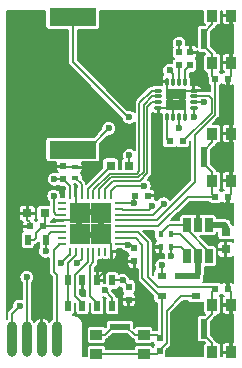
<source format=gbr>
G04 #@! TF.GenerationSoftware,KiCad,Pcbnew,5.1.4-e60b266~84~ubuntu16.04.1*
G04 #@! TF.CreationDate,2019-11-09T12:49:13+01:00*
G04 #@! TF.ProjectId,MiniVarioL0,4d696e69-5661-4726-996f-4c302e6b6963,v1.0.0*
G04 #@! TF.SameCoordinates,PX84157a0PY7270e00*
G04 #@! TF.FileFunction,Copper,L1,Top*
G04 #@! TF.FilePolarity,Positive*
%FSLAX46Y46*%
G04 Gerber Fmt 4.6, Leading zero omitted, Abs format (unit mm)*
G04 Created by KiCad (PCBNEW 5.1.4-e60b266~84~ubuntu16.04.1) date 2019-11-09 12:49:13*
%MOMM*%
%LPD*%
G04 APERTURE LIST*
%ADD10R,1.725000X1.725000*%
%ADD11R,0.250000X0.700000*%
%ADD12R,0.700000X0.250000*%
%ADD13R,0.875000X0.875000*%
%ADD14O,0.300000X0.800000*%
%ADD15O,0.800000X0.300000*%
%ADD16R,0.550000X1.700000*%
%ADD17R,0.900000X1.000000*%
%ADD18R,1.700000X0.550000*%
%ADD19R,1.000000X0.900000*%
%ADD20R,0.500000X0.600000*%
%ADD21R,0.600000X0.500000*%
%ADD22R,0.750000X0.800000*%
%ADD23R,0.800000X0.750000*%
%ADD24R,0.800000X0.600000*%
%ADD25R,0.800000X0.800000*%
%ADD26R,0.500000X0.900000*%
%ADD27O,0.800000X3.000000*%
%ADD28R,4.000000X1.500000*%
%ADD29R,0.650000X1.220000*%
%ADD30R,0.400000X0.600000*%
%ADD31R,0.600000X0.400000*%
%ADD32R,0.550000X0.950000*%
%ADD33C,0.600000*%
%ADD34C,0.500000*%
%ADD35C,0.151000*%
G04 APERTURE END LIST*
D10*
X6637500Y12512500D03*
X6637500Y10787500D03*
X8362500Y12512500D03*
X8362500Y10787500D03*
D11*
X5750000Y14050000D03*
X6250000Y14050000D03*
X6750000Y14050000D03*
X7250000Y14050000D03*
X7750000Y14050000D03*
X8250000Y14050000D03*
X8750000Y14050000D03*
X9250000Y14050000D03*
D12*
X9900000Y13400000D03*
X9900000Y12900000D03*
X9900000Y12400000D03*
X9900000Y11900000D03*
X9900000Y11400000D03*
X9900000Y10900000D03*
X9900000Y10400000D03*
X9900000Y9900000D03*
D11*
X9250000Y9250000D03*
X8750000Y9250000D03*
X8250000Y9250000D03*
X7750000Y9250000D03*
X7250000Y9250000D03*
X6750000Y9250000D03*
X6250000Y9250000D03*
X5750000Y9250000D03*
D12*
X5100000Y9900000D03*
X5100000Y10400000D03*
X5100000Y10900000D03*
X5100000Y11400000D03*
X5100000Y11900000D03*
X5100000Y12400000D03*
X5100000Y12900000D03*
X5100000Y13400000D03*
D13*
X14312500Y22587500D03*
X14312500Y21712500D03*
X15187500Y22587500D03*
X15187500Y21712500D03*
D14*
X14000000Y23650000D03*
X14500000Y23650000D03*
X15000000Y23650000D03*
X15500000Y23650000D03*
D15*
X16250000Y22900000D03*
X16250000Y22400000D03*
X16250000Y21900000D03*
X16250000Y21400000D03*
D14*
X15500000Y20650000D03*
X15000000Y20650000D03*
X14500000Y20650000D03*
X14000000Y20650000D03*
D15*
X13250000Y21400000D03*
X13250000Y21900000D03*
X13250000Y22400000D03*
X13250000Y22900000D03*
D16*
X17100000Y27250000D03*
D17*
X19400000Y29250000D03*
X17800000Y29250000D03*
X17800000Y25250000D03*
X19400000Y25250000D03*
D16*
X17100000Y17250000D03*
D17*
X19400000Y19250000D03*
X17800000Y19250000D03*
X17800000Y15250000D03*
X19400000Y15250000D03*
D16*
X17100000Y2750000D03*
D17*
X19400000Y4750000D03*
X17800000Y4750000D03*
X17800000Y750000D03*
X19400000Y750000D03*
D18*
X10000000Y2900000D03*
D19*
X12000000Y600000D03*
X12000000Y2200000D03*
X8000000Y2200000D03*
X8000000Y600000D03*
D20*
X13350000Y1950000D03*
X13350000Y850000D03*
D21*
X18050000Y6100000D03*
X19150000Y6100000D03*
X19150000Y13900000D03*
X18050000Y13900000D03*
X19150000Y23900000D03*
X18050000Y23900000D03*
D22*
X18950000Y10950000D03*
X18950000Y9450000D03*
D21*
X14200000Y18600000D03*
X15300000Y18600000D03*
D20*
X15000000Y26150000D03*
X15000000Y25050000D03*
X5200000Y15400000D03*
X5200000Y16500000D03*
D21*
X11250000Y14000000D03*
X12350000Y14000000D03*
D20*
X11200000Y8450000D03*
X11200000Y9550000D03*
X15950000Y25050000D03*
X15950000Y26150000D03*
D23*
X2150000Y12500000D03*
X3650000Y12500000D03*
D21*
X2350000Y11400000D03*
X3450000Y11400000D03*
D20*
X10750000Y5200000D03*
X10750000Y6300000D03*
D24*
X16400000Y7200000D03*
X16400000Y5500000D03*
X13550000Y7200000D03*
X13550000Y5500000D03*
D25*
X9200000Y16500000D03*
X10800000Y16500000D03*
D26*
X2200000Y10250000D03*
X3700000Y10250000D03*
D27*
X845000Y1850000D03*
X2115000Y1850000D03*
X3385000Y1850000D03*
X4655000Y1850000D03*
D28*
X6000000Y29100000D03*
X6000000Y17900000D03*
D29*
X15650000Y11510000D03*
X16600000Y11510000D03*
X17550000Y11510000D03*
X17550000Y8890000D03*
X16600000Y8890000D03*
X15650000Y8890000D03*
D30*
X13450000Y10750000D03*
X14350000Y10750000D03*
X14350000Y9650000D03*
X13450000Y9650000D03*
D31*
X6200000Y16400000D03*
X6200000Y15500000D03*
D32*
X5575000Y4675000D03*
X6825000Y4675000D03*
X8075000Y4675000D03*
X9325000Y4675000D03*
X6825000Y6825000D03*
X8075000Y6825000D03*
X9325000Y6825000D03*
X5575000Y6825000D03*
D33*
X15550000Y7200000D03*
X14900000Y7200000D03*
X6800000Y5850000D03*
X9250000Y8100000D03*
X11200000Y7550000D03*
X1300000Y12500000D03*
X1300000Y11400000D03*
X13250000Y14000000D03*
X7500000Y12650000D03*
X8350000Y11650000D03*
X6500000Y11650000D03*
X7500000Y10650000D03*
X14750000Y22650000D03*
X14750000Y21650000D03*
X14250000Y22150000D03*
X15250000Y22150000D03*
X13450000Y8850000D03*
X15150000Y700000D03*
X19150000Y23100000D03*
X19150000Y13200000D03*
X19150000Y6800000D03*
X3400000Y4100000D03*
X14200000Y24600000D03*
X18160000Y11510000D03*
X18800000Y11500000D03*
X1500000Y4650000D03*
X11200000Y13350000D03*
X10700000Y9800000D03*
X10225000Y6825000D03*
X4450000Y15400000D03*
X3700000Y9300000D03*
X13550000Y8100000D03*
X10800000Y17400000D03*
X15000000Y26900000D03*
X17150000Y21900000D03*
X2115000Y7085000D03*
X12050000Y14800000D03*
X12750000Y13100000D03*
X5000000Y8300000D03*
X16250000Y20650000D03*
X10750000Y20650000D03*
X15000000Y19700000D03*
X9050000Y19700000D03*
X14350000Y8900000D03*
X13700000Y13300000D03*
X8700000Y6000000D03*
X6400000Y8300000D03*
X4400000Y13950000D03*
D34*
X16600000Y7400000D02*
X16400000Y7200000D01*
X16600000Y8890000D02*
X16600000Y7400000D01*
X16400000Y7200000D02*
X15550000Y7200000D01*
X14900000Y7200000D02*
X15550000Y7200000D01*
D35*
X14350000Y10750000D02*
X15050000Y10750000D01*
X16600000Y9200000D02*
X16600000Y8890000D01*
X15050000Y10750000D02*
X16600000Y9200000D01*
X19400000Y24150000D02*
X19150000Y23900000D01*
X19400000Y25250000D02*
X19400000Y24150000D01*
X19400000Y14150000D02*
X19150000Y13900000D01*
X19400000Y15250000D02*
X19400000Y14150000D01*
X19400000Y5850000D02*
X19150000Y6100000D01*
X19400000Y4750000D02*
X19400000Y5850000D01*
X14000000Y22900000D02*
X14312500Y22587500D01*
X14000000Y23650000D02*
X14000000Y22900000D01*
X15500000Y22900000D02*
X15187500Y22587500D01*
X16250000Y22900000D02*
X15500000Y22900000D01*
X15500000Y21400000D02*
X15187500Y21712500D01*
X15500000Y20650000D02*
X15500000Y21400000D01*
X14500000Y21525000D02*
X14312500Y21712500D01*
X14500000Y20650000D02*
X14500000Y21525000D01*
X14000000Y21400000D02*
X14312500Y21712500D01*
X13250000Y21400000D02*
X14000000Y21400000D01*
X5300000Y16400000D02*
X5200000Y16500000D01*
X6200000Y16400000D02*
X5300000Y16400000D01*
X6825000Y5875000D02*
X6800000Y5850000D01*
X6825000Y6825000D02*
X6825000Y5875000D01*
X8075000Y6925000D02*
X9250000Y8100000D01*
X8075000Y6825000D02*
X8075000Y6925000D01*
X9250000Y9250000D02*
X9250000Y8100000D01*
X11200000Y8450000D02*
X11200000Y7550000D01*
X2150000Y12500000D02*
X1300000Y12500000D01*
X2350000Y11400000D02*
X1300000Y11400000D01*
X2350000Y11400000D02*
X2350000Y11750000D01*
X2150000Y11950000D02*
X2150000Y12500000D01*
X2350000Y11750000D02*
X2150000Y11950000D01*
X6025000Y11900000D02*
X6637500Y12512500D01*
X5100000Y11900000D02*
X6025000Y11900000D01*
X9250000Y9900000D02*
X8362500Y10787500D01*
X9250000Y9250000D02*
X9250000Y9900000D01*
X12350000Y14000000D02*
X13250000Y14000000D01*
X6250000Y14050000D02*
X6250000Y12850000D01*
X6250000Y12850000D02*
X6600000Y12500000D01*
X13450000Y9650000D02*
X13450000Y8850000D01*
X19150000Y23900000D02*
X19150000Y23100000D01*
X19150000Y13900000D02*
X19150000Y13200000D01*
X19150000Y6100000D02*
X19150000Y6800000D01*
X13100000Y2200000D02*
X13350000Y1950000D01*
X12000000Y2200000D02*
X13100000Y2200000D01*
X8700000Y2200000D02*
X9400000Y2900000D01*
X9400000Y2900000D02*
X10000000Y2900000D01*
X8000000Y2200000D02*
X8700000Y2200000D01*
X10550000Y2900000D02*
X10000000Y2900000D01*
X11250000Y2200000D02*
X10550000Y2900000D01*
X12000000Y2200000D02*
X11250000Y2200000D01*
X13550000Y2150000D02*
X13350000Y1950000D01*
X13550000Y5500000D02*
X13550000Y2150000D01*
X13550000Y5500000D02*
X13400000Y5500000D01*
X13400000Y5500000D02*
X11900000Y7000000D01*
X11900000Y7000000D02*
X11900000Y9850000D01*
X11350000Y10400000D02*
X9900000Y10400000D01*
X11900000Y9850000D02*
X11350000Y10400000D01*
X8000000Y600000D02*
X12000000Y600000D01*
X13100000Y600000D02*
X13350000Y850000D01*
X12000000Y600000D02*
X13100000Y600000D01*
X13350000Y850000D02*
X13350000Y900000D01*
X13350000Y900000D02*
X13950000Y1500000D01*
X13950000Y1500000D02*
X13950000Y4250000D01*
X13950000Y4250000D02*
X15200000Y5500000D01*
X15200000Y5500000D02*
X16400000Y5500000D01*
X17100000Y3300000D02*
X17100000Y2750000D01*
X17800000Y4000000D02*
X17100000Y3300000D01*
X17800000Y4750000D02*
X17800000Y4000000D01*
X17100000Y2200000D02*
X17100000Y2750000D01*
X17800000Y1500000D02*
X17100000Y2200000D01*
X17800000Y750000D02*
X17800000Y1500000D01*
X17800000Y5850000D02*
X18050000Y6100000D01*
X17800000Y4750000D02*
X17800000Y5850000D01*
X17850000Y6300000D02*
X18050000Y6100000D01*
X13200000Y6300000D02*
X17850000Y6300000D01*
X9900000Y10900000D02*
X11500000Y10900000D01*
X11500000Y10900000D02*
X12350000Y10050000D01*
X12350000Y10050000D02*
X12350000Y7150000D01*
X12350000Y7150000D02*
X13200000Y6300000D01*
X17800000Y18500000D02*
X17100000Y17800000D01*
X17100000Y17800000D02*
X17100000Y17250000D01*
X17800000Y19250000D02*
X17800000Y18500000D01*
X17100000Y16700000D02*
X17100000Y17250000D01*
X17800000Y16000000D02*
X17100000Y16700000D01*
X17800000Y15250000D02*
X17800000Y16000000D01*
X17800000Y14150000D02*
X18050000Y13900000D01*
X17800000Y15250000D02*
X17800000Y14150000D01*
X15750000Y13900000D02*
X18050000Y13900000D01*
X13250000Y11400000D02*
X15750000Y13900000D01*
X9900000Y11400000D02*
X13250000Y11400000D01*
X17100000Y27800000D02*
X17100000Y27250000D01*
X17800000Y28500000D02*
X17100000Y27800000D01*
X17800000Y29250000D02*
X17800000Y28500000D01*
X17800000Y26000000D02*
X17100000Y26700000D01*
X17100000Y26700000D02*
X17100000Y27250000D01*
X17800000Y25250000D02*
X17800000Y26000000D01*
X17800000Y24150000D02*
X18050000Y23900000D01*
X17800000Y25250000D02*
X17800000Y24150000D01*
X9900000Y11900000D02*
X13100000Y11900000D01*
X13100000Y11900000D02*
X16350000Y15150000D01*
X18050000Y20850000D02*
X18050000Y23900000D01*
X16350000Y15150000D02*
X16350000Y19150000D01*
X16350000Y19150000D02*
X18050000Y20850000D01*
X5750000Y14850000D02*
X5200000Y15400000D01*
X5750000Y14050000D02*
X5750000Y14850000D01*
X3700000Y10450000D02*
X3700000Y10250000D01*
X4150000Y10900000D02*
X3700000Y10450000D01*
X5100000Y10900000D02*
X4150000Y10900000D01*
X10850000Y9900000D02*
X11200000Y9550000D01*
X9900000Y9900000D02*
X10850000Y9900000D01*
X10225000Y6825000D02*
X10750000Y6300000D01*
X14500000Y24300000D02*
X14200000Y24600000D01*
X14500000Y23650000D02*
X14500000Y24300000D01*
D34*
X17550000Y11510000D02*
X18160000Y11510000D01*
X18790000Y11510000D02*
X18800000Y11500000D01*
X18160000Y11510000D02*
X18790000Y11510000D01*
X18950000Y11350000D02*
X18800000Y11500000D01*
X18950000Y10950000D02*
X18950000Y11350000D01*
D35*
X845000Y3995000D02*
X1500000Y4650000D01*
X845000Y1850000D02*
X845000Y3995000D01*
X9900000Y13400000D02*
X10250000Y13400000D01*
X11150000Y13400000D02*
X11200000Y13350000D01*
X9900000Y13400000D02*
X11150000Y13400000D01*
X11200000Y13950000D02*
X11250000Y14000000D01*
X11200000Y13350000D02*
X11200000Y13950000D01*
X10600000Y9900000D02*
X10700000Y9800000D01*
X9900000Y9900000D02*
X10600000Y9900000D01*
X9325000Y6825000D02*
X10225000Y6825000D01*
X5200000Y15400000D02*
X4450000Y15400000D01*
X3700000Y10250000D02*
X3700000Y9300000D01*
X13550000Y7200000D02*
X13550000Y8100000D01*
X10800000Y16500000D02*
X10800000Y17400000D01*
X14000000Y18800000D02*
X14200000Y18600000D01*
X14000000Y20650000D02*
X14000000Y18800000D01*
X15300000Y18600000D02*
X15372894Y18600000D01*
X15372894Y18600000D02*
X17747990Y20975096D01*
X17747990Y20975096D02*
X17747990Y22202010D01*
X17747990Y22202010D02*
X17500000Y22450000D01*
X16300000Y22450000D02*
X16250000Y22400000D01*
X17500000Y22450000D02*
X16300000Y22450000D01*
X15000000Y26900000D02*
X15000000Y26150000D01*
X17150000Y21900000D02*
X16250000Y21900000D01*
X15000000Y23650000D02*
X15000000Y25050000D01*
X15500000Y24600000D02*
X15950000Y25050000D01*
X15500000Y23650000D02*
X15500000Y24600000D01*
X5100000Y11400000D02*
X3450000Y11400000D01*
X3650000Y11600000D02*
X3450000Y11400000D01*
X3650000Y12500000D02*
X3650000Y11600000D01*
X2200000Y10250000D02*
X2750000Y10250000D01*
X2875000Y10375000D02*
X2875000Y10825000D01*
X2750000Y10250000D02*
X2875000Y10375000D01*
X2875000Y10825000D02*
X3450000Y11400000D01*
X7250000Y14550000D02*
X9200000Y16500000D01*
X7250000Y14050000D02*
X7250000Y14550000D01*
X9250000Y14400000D02*
X9250000Y14050000D01*
X9650000Y14800000D02*
X9250000Y14400000D01*
X2115000Y7085000D02*
X2115000Y1850000D01*
X12050000Y14800000D02*
X9650000Y14800000D01*
X4655000Y1850000D02*
X4655000Y7295000D01*
X4655000Y7295000D02*
X4400000Y7550000D01*
X4400000Y7550000D02*
X4400000Y9400000D01*
X4900000Y9900000D02*
X5100000Y9900000D01*
X4400000Y9400000D02*
X4900000Y9900000D01*
X10150000Y12900000D02*
X9900000Y12900000D01*
X12750000Y13100000D02*
X12450000Y12800000D01*
X12450000Y12800000D02*
X10250000Y12800000D01*
X10250000Y12800000D02*
X10150000Y12900000D01*
X5000000Y8300000D02*
X5750000Y9050000D01*
X5750000Y9050000D02*
X5750000Y9250000D01*
X16250000Y20650000D02*
X16250000Y21400000D01*
X6000000Y25300000D02*
X6000000Y29100000D01*
X10650000Y20650000D02*
X6000000Y25300000D01*
X10750000Y20650000D02*
X10650000Y20650000D01*
X15000000Y20650000D02*
X15000000Y19700000D01*
X7250000Y17900000D02*
X6000000Y17900000D01*
X9050000Y19700000D02*
X7250000Y17900000D01*
X13450000Y10750000D02*
X13450000Y10850000D01*
X14110000Y11510000D02*
X15650000Y11510000D01*
X13450000Y10850000D02*
X14110000Y11510000D01*
X17550000Y9250000D02*
X17550000Y8890000D01*
X15650000Y11150000D02*
X17550000Y9250000D01*
X15650000Y11510000D02*
X15650000Y11150000D01*
X15650000Y9150000D02*
X15650000Y8890000D01*
X15150000Y9650000D02*
X15650000Y9150000D01*
X14350000Y9650000D02*
X15150000Y9650000D01*
X14350000Y9650000D02*
X14350000Y8900000D01*
X12800000Y12400000D02*
X9900000Y12400000D01*
X13700000Y13300000D02*
X12800000Y12400000D01*
X6750000Y14950000D02*
X6200000Y15500000D01*
X6750000Y14050000D02*
X6750000Y14950000D01*
X8750000Y14050000D02*
X8750000Y14595788D01*
X8750000Y14595788D02*
X9400192Y15245980D01*
X9400192Y15245980D02*
X11673086Y15245980D01*
X11673086Y15245980D02*
X12302010Y15874904D01*
X12302010Y15874904D02*
X12302010Y21524904D01*
X12677106Y21900000D02*
X13250000Y21900000D01*
X12302010Y21524904D02*
X12677106Y21900000D01*
X13250000Y22400000D02*
X12750000Y22400000D01*
X12750000Y22400000D02*
X12000000Y21650000D01*
X12000000Y21650000D02*
X12000000Y16000000D01*
X12000000Y16000000D02*
X11547990Y15547990D01*
X11547990Y15547990D02*
X9275096Y15547990D01*
X8250000Y14522894D02*
X8250000Y14050000D01*
X9275096Y15547990D02*
X8250000Y14522894D01*
X7750000Y14050000D02*
X7750000Y14450000D01*
X7750000Y14450000D02*
X9150000Y15850000D01*
X9150000Y15850000D02*
X11400000Y15850000D01*
X11400000Y15850000D02*
X11650000Y16100000D01*
X11650000Y16100000D02*
X11650000Y21850000D01*
X12700000Y22900000D02*
X13250000Y22900000D01*
X11650000Y21850000D02*
X12700000Y22900000D01*
X7750000Y8350000D02*
X7750000Y9250000D01*
X8075000Y4675000D02*
X8075000Y4875000D01*
X8075000Y4875000D02*
X7450000Y5500000D01*
X7450000Y5500000D02*
X7450000Y8050000D01*
X7450000Y8050000D02*
X7750000Y8350000D01*
X7250000Y8350000D02*
X7250000Y9250000D01*
X6825000Y4875000D02*
X6200000Y5500000D01*
X6200000Y5500000D02*
X6200000Y7300000D01*
X6825000Y4675000D02*
X6825000Y4875000D01*
X6200000Y7300000D02*
X7250000Y8350000D01*
X9325000Y5375000D02*
X8700000Y6000000D01*
X9325000Y4675000D02*
X9325000Y5375000D01*
X6750000Y8650000D02*
X6750000Y9250000D01*
X6400000Y8300000D02*
X6750000Y8650000D01*
X5575000Y4675000D02*
X5575000Y6825000D01*
X5575000Y8275000D02*
X5575000Y6825000D01*
X6250000Y8950000D02*
X5575000Y8275000D01*
X6250000Y9250000D02*
X6250000Y8950000D01*
X4600000Y12400000D02*
X5100000Y12400000D01*
X4400000Y12600000D02*
X4600000Y12400000D01*
X4400000Y13950000D02*
X4400000Y12600000D01*
G36*
X18615881Y5615881D02*
G01*
X18666054Y5574705D01*
X18723296Y5544109D01*
X18773029Y5529023D01*
X18766054Y5525295D01*
X18715881Y5484119D01*
X18674705Y5433946D01*
X18644109Y5376704D01*
X18625268Y5314593D01*
X18618906Y5250000D01*
X18620500Y4883875D01*
X18702875Y4801500D01*
X19348500Y4801500D01*
X19348500Y4821500D01*
X19451500Y4821500D01*
X19451500Y4801500D01*
X19471500Y4801500D01*
X19471500Y4698500D01*
X19451500Y4698500D01*
X19451500Y4002875D01*
X19533875Y3920500D01*
X19595501Y3920189D01*
X19595501Y1579811D01*
X19533875Y1579500D01*
X19451500Y1497125D01*
X19451500Y801500D01*
X19471500Y801500D01*
X19471500Y698500D01*
X19451500Y698500D01*
X19451500Y678500D01*
X19348500Y678500D01*
X19348500Y698500D01*
X18702875Y698500D01*
X18620500Y616125D01*
X18619579Y404500D01*
X18581094Y404500D01*
X18581094Y1250000D01*
X18618906Y1250000D01*
X18620500Y883875D01*
X18702875Y801500D01*
X19348500Y801500D01*
X19348500Y1497125D01*
X19266125Y1579500D01*
X18950000Y1581094D01*
X18885407Y1574732D01*
X18823296Y1555891D01*
X18766054Y1525295D01*
X18715881Y1484119D01*
X18674705Y1433946D01*
X18644109Y1376704D01*
X18625268Y1314593D01*
X18618906Y1250000D01*
X18581094Y1250000D01*
X18574732Y1314593D01*
X18555891Y1376704D01*
X18525295Y1433946D01*
X18484119Y1484119D01*
X18433946Y1525295D01*
X18376704Y1555891D01*
X18314593Y1574732D01*
X18250000Y1581094D01*
X18198623Y1581094D01*
X18175981Y1655736D01*
X18138374Y1726094D01*
X18087763Y1787763D01*
X18072315Y1800441D01*
X17706094Y2166661D01*
X17706094Y3333339D01*
X18072315Y3699559D01*
X18087763Y3712237D01*
X18138374Y3773906D01*
X18175981Y3844264D01*
X18198623Y3918906D01*
X18250000Y3918906D01*
X18314593Y3925268D01*
X18376704Y3944109D01*
X18433946Y3974705D01*
X18484119Y4015881D01*
X18525295Y4066054D01*
X18555891Y4123296D01*
X18574732Y4185407D01*
X18581094Y4250000D01*
X18618906Y4250000D01*
X18625268Y4185407D01*
X18644109Y4123296D01*
X18674705Y4066054D01*
X18715881Y4015881D01*
X18766054Y3974705D01*
X18823296Y3944109D01*
X18885407Y3925268D01*
X18950000Y3918906D01*
X19266125Y3920500D01*
X19348500Y4002875D01*
X19348500Y4698500D01*
X18702875Y4698500D01*
X18620500Y4616125D01*
X18618906Y4250000D01*
X18581094Y4250000D01*
X18581094Y5250000D01*
X18574732Y5314593D01*
X18555891Y5376704D01*
X18525295Y5433946D01*
X18484119Y5484119D01*
X18433946Y5525295D01*
X18426971Y5529023D01*
X18476704Y5544109D01*
X18533946Y5574705D01*
X18584119Y5615881D01*
X18600000Y5635232D01*
X18615881Y5615881D01*
X18615881Y5615881D01*
G37*
X18615881Y5615881D02*
X18666054Y5574705D01*
X18723296Y5544109D01*
X18773029Y5529023D01*
X18766054Y5525295D01*
X18715881Y5484119D01*
X18674705Y5433946D01*
X18644109Y5376704D01*
X18625268Y5314593D01*
X18618906Y5250000D01*
X18620500Y4883875D01*
X18702875Y4801500D01*
X19348500Y4801500D01*
X19348500Y4821500D01*
X19451500Y4821500D01*
X19451500Y4801500D01*
X19471500Y4801500D01*
X19471500Y4698500D01*
X19451500Y4698500D01*
X19451500Y4002875D01*
X19533875Y3920500D01*
X19595501Y3920189D01*
X19595501Y1579811D01*
X19533875Y1579500D01*
X19451500Y1497125D01*
X19451500Y801500D01*
X19471500Y801500D01*
X19471500Y698500D01*
X19451500Y698500D01*
X19451500Y678500D01*
X19348500Y678500D01*
X19348500Y698500D01*
X18702875Y698500D01*
X18620500Y616125D01*
X18619579Y404500D01*
X18581094Y404500D01*
X18581094Y1250000D01*
X18618906Y1250000D01*
X18620500Y883875D01*
X18702875Y801500D01*
X19348500Y801500D01*
X19348500Y1497125D01*
X19266125Y1579500D01*
X18950000Y1581094D01*
X18885407Y1574732D01*
X18823296Y1555891D01*
X18766054Y1525295D01*
X18715881Y1484119D01*
X18674705Y1433946D01*
X18644109Y1376704D01*
X18625268Y1314593D01*
X18618906Y1250000D01*
X18581094Y1250000D01*
X18574732Y1314593D01*
X18555891Y1376704D01*
X18525295Y1433946D01*
X18484119Y1484119D01*
X18433946Y1525295D01*
X18376704Y1555891D01*
X18314593Y1574732D01*
X18250000Y1581094D01*
X18198623Y1581094D01*
X18175981Y1655736D01*
X18138374Y1726094D01*
X18087763Y1787763D01*
X18072315Y1800441D01*
X17706094Y2166661D01*
X17706094Y3333339D01*
X18072315Y3699559D01*
X18087763Y3712237D01*
X18138374Y3773906D01*
X18175981Y3844264D01*
X18198623Y3918906D01*
X18250000Y3918906D01*
X18314593Y3925268D01*
X18376704Y3944109D01*
X18433946Y3974705D01*
X18484119Y4015881D01*
X18525295Y4066054D01*
X18555891Y4123296D01*
X18574732Y4185407D01*
X18581094Y4250000D01*
X18618906Y4250000D01*
X18625268Y4185407D01*
X18644109Y4123296D01*
X18674705Y4066054D01*
X18715881Y4015881D01*
X18766054Y3974705D01*
X18823296Y3944109D01*
X18885407Y3925268D01*
X18950000Y3918906D01*
X19266125Y3920500D01*
X19348500Y4002875D01*
X19348500Y4698500D01*
X18702875Y4698500D01*
X18620500Y4616125D01*
X18618906Y4250000D01*
X18581094Y4250000D01*
X18581094Y5250000D01*
X18574732Y5314593D01*
X18555891Y5376704D01*
X18525295Y5433946D01*
X18484119Y5484119D01*
X18433946Y5525295D01*
X18426971Y5529023D01*
X18476704Y5544109D01*
X18533946Y5574705D01*
X18584119Y5615881D01*
X18600000Y5635232D01*
X18615881Y5615881D01*
G36*
X15694109Y5073296D02*
G01*
X15724705Y5016054D01*
X15765881Y4965881D01*
X15816054Y4924705D01*
X15873296Y4894109D01*
X15935407Y4875268D01*
X16000000Y4868906D01*
X16800000Y4868906D01*
X16864593Y4875268D01*
X16926704Y4894109D01*
X16983946Y4924705D01*
X17018906Y4953396D01*
X17018906Y4250000D01*
X17025268Y4185407D01*
X17044109Y4123296D01*
X17074705Y4066054D01*
X17115881Y4015881D01*
X17166054Y3974705D01*
X17189446Y3962202D01*
X17158339Y3931094D01*
X16825000Y3931094D01*
X16760407Y3924732D01*
X16698296Y3905891D01*
X16641054Y3875295D01*
X16590881Y3834119D01*
X16549705Y3783946D01*
X16519109Y3726704D01*
X16500268Y3664593D01*
X16493906Y3600000D01*
X16493906Y1900000D01*
X16500268Y1835407D01*
X16519109Y1773296D01*
X16549705Y1716054D01*
X16590881Y1665881D01*
X16641054Y1624705D01*
X16698296Y1594109D01*
X16760407Y1575268D01*
X16825000Y1568906D01*
X17158339Y1568906D01*
X17189446Y1537798D01*
X17166054Y1525295D01*
X17115881Y1484119D01*
X17074705Y1433946D01*
X17044109Y1376704D01*
X17025268Y1314593D01*
X17018906Y1250000D01*
X17018906Y404500D01*
X13895844Y404500D01*
X13905891Y423296D01*
X13924732Y485407D01*
X13931094Y550000D01*
X13931094Y908339D01*
X14222316Y1199560D01*
X14237763Y1212237D01*
X14288374Y1273906D01*
X14325981Y1344264D01*
X14347706Y1415881D01*
X14349139Y1420605D01*
X14353615Y1466054D01*
X14355000Y1480111D01*
X14355000Y1480117D01*
X14356958Y1499999D01*
X14355000Y1519881D01*
X14355000Y4082245D01*
X15367756Y5095000D01*
X15687525Y5095000D01*
X15694109Y5073296D01*
X15694109Y5073296D01*
G37*
X15694109Y5073296D02*
X15724705Y5016054D01*
X15765881Y4965881D01*
X15816054Y4924705D01*
X15873296Y4894109D01*
X15935407Y4875268D01*
X16000000Y4868906D01*
X16800000Y4868906D01*
X16864593Y4875268D01*
X16926704Y4894109D01*
X16983946Y4924705D01*
X17018906Y4953396D01*
X17018906Y4250000D01*
X17025268Y4185407D01*
X17044109Y4123296D01*
X17074705Y4066054D01*
X17115881Y4015881D01*
X17166054Y3974705D01*
X17189446Y3962202D01*
X17158339Y3931094D01*
X16825000Y3931094D01*
X16760407Y3924732D01*
X16698296Y3905891D01*
X16641054Y3875295D01*
X16590881Y3834119D01*
X16549705Y3783946D01*
X16519109Y3726704D01*
X16500268Y3664593D01*
X16493906Y3600000D01*
X16493906Y1900000D01*
X16500268Y1835407D01*
X16519109Y1773296D01*
X16549705Y1716054D01*
X16590881Y1665881D01*
X16641054Y1624705D01*
X16698296Y1594109D01*
X16760407Y1575268D01*
X16825000Y1568906D01*
X17158339Y1568906D01*
X17189446Y1537798D01*
X17166054Y1525295D01*
X17115881Y1484119D01*
X17074705Y1433946D01*
X17044109Y1376704D01*
X17025268Y1314593D01*
X17018906Y1250000D01*
X17018906Y404500D01*
X13895844Y404500D01*
X13905891Y423296D01*
X13924732Y485407D01*
X13931094Y550000D01*
X13931094Y908339D01*
X14222316Y1199560D01*
X14237763Y1212237D01*
X14288374Y1273906D01*
X14325981Y1344264D01*
X14347706Y1415881D01*
X14349139Y1420605D01*
X14353615Y1466054D01*
X14355000Y1480111D01*
X14355000Y1480117D01*
X14356958Y1499999D01*
X14355000Y1519881D01*
X14355000Y4082245D01*
X15367756Y5095000D01*
X15687525Y5095000D01*
X15694109Y5073296D01*
G36*
X10211035Y9398717D02*
G01*
X10298717Y9311035D01*
X10401820Y9242144D01*
X10516382Y9194691D01*
X10629263Y9172238D01*
X10644109Y9123296D01*
X10674705Y9066054D01*
X10715881Y9015881D01*
X10735232Y9000000D01*
X10715881Y8984119D01*
X10674705Y8933946D01*
X10644109Y8876704D01*
X10625268Y8814593D01*
X10618906Y8750000D01*
X10620500Y8583875D01*
X10702875Y8501500D01*
X11148500Y8501500D01*
X11148500Y8521500D01*
X11251500Y8521500D01*
X11251500Y8501500D01*
X11271500Y8501500D01*
X11271500Y8398500D01*
X11251500Y8398500D01*
X11251500Y7902875D01*
X11333875Y7820500D01*
X11450000Y7818906D01*
X11495000Y7823338D01*
X11495000Y7019881D01*
X11493042Y7000000D01*
X11495000Y6980119D01*
X11495000Y6980112D01*
X11500861Y6920607D01*
X11524019Y6844265D01*
X11561626Y6773907D01*
X11612237Y6712237D01*
X11627690Y6699555D01*
X12818906Y5508338D01*
X12818906Y5200000D01*
X12825268Y5135407D01*
X12844109Y5073296D01*
X12874705Y5016054D01*
X12915881Y4965881D01*
X12966054Y4924705D01*
X13023296Y4894109D01*
X13085407Y4875268D01*
X13145000Y4869398D01*
X13145001Y2602527D01*
X13119889Y2605000D01*
X13119881Y2605000D01*
X13100000Y2606958D01*
X13080119Y2605000D01*
X12831094Y2605000D01*
X12831094Y2650000D01*
X12824732Y2714593D01*
X12805891Y2776704D01*
X12775295Y2833946D01*
X12734119Y2884119D01*
X12683946Y2925295D01*
X12626704Y2955891D01*
X12564593Y2974732D01*
X12500000Y2981094D01*
X11500000Y2981094D01*
X11435407Y2974732D01*
X11373296Y2955891D01*
X11316054Y2925295D01*
X11265881Y2884119D01*
X11224705Y2833946D01*
X11212202Y2810554D01*
X11181094Y2841661D01*
X11181094Y3175000D01*
X11174732Y3239593D01*
X11155891Y3301704D01*
X11125295Y3358946D01*
X11084119Y3409119D01*
X11033946Y3450295D01*
X10976704Y3480891D01*
X10914593Y3499732D01*
X10850000Y3506094D01*
X9150000Y3506094D01*
X9085407Y3499732D01*
X9023296Y3480891D01*
X8966054Y3450295D01*
X8915881Y3409119D01*
X8874705Y3358946D01*
X8844109Y3301704D01*
X8825268Y3239593D01*
X8818906Y3175000D01*
X8818906Y2891662D01*
X8768937Y2841693D01*
X8734119Y2884119D01*
X8683946Y2925295D01*
X8626704Y2955891D01*
X8564593Y2974732D01*
X8500000Y2981094D01*
X7500000Y2981094D01*
X7435407Y2974732D01*
X7373296Y2955891D01*
X7316054Y2925295D01*
X7265881Y2884119D01*
X7224705Y2833946D01*
X7194109Y2776704D01*
X7175268Y2714593D01*
X7168906Y2650000D01*
X7168906Y1750000D01*
X7175268Y1685407D01*
X7194109Y1623296D01*
X7224705Y1566054D01*
X7265881Y1515881D01*
X7316054Y1474705D01*
X7373296Y1444109D01*
X7435407Y1425268D01*
X7500000Y1418906D01*
X8500000Y1418906D01*
X8564593Y1425268D01*
X8626704Y1444109D01*
X8683946Y1474705D01*
X8734119Y1515881D01*
X8775295Y1566054D01*
X8805891Y1623296D01*
X8824732Y1685407D01*
X8831094Y1750000D01*
X8831094Y1816544D01*
X8855736Y1824019D01*
X8926094Y1861626D01*
X8987763Y1912237D01*
X9000445Y1927690D01*
X9366662Y2293906D01*
X10583339Y2293906D01*
X10949558Y1927686D01*
X10962237Y1912237D01*
X11023906Y1861626D01*
X11094264Y1824019D01*
X11168906Y1801377D01*
X11168906Y1750000D01*
X11175268Y1685407D01*
X11194109Y1623296D01*
X11224705Y1566054D01*
X11265881Y1515881D01*
X11316054Y1474705D01*
X11373296Y1444109D01*
X11435407Y1425268D01*
X11500000Y1418906D01*
X12500000Y1418906D01*
X12564593Y1425268D01*
X12626704Y1444109D01*
X12683946Y1474705D01*
X12734119Y1515881D01*
X12775295Y1566054D01*
X12779023Y1573029D01*
X12794109Y1523296D01*
X12824705Y1466054D01*
X12865881Y1415881D01*
X12885232Y1400000D01*
X12865881Y1384119D01*
X12824705Y1333946D01*
X12794109Y1276704D01*
X12779023Y1226971D01*
X12775295Y1233946D01*
X12734119Y1284119D01*
X12683946Y1325295D01*
X12626704Y1355891D01*
X12564593Y1374732D01*
X12500000Y1381094D01*
X11500000Y1381094D01*
X11435407Y1374732D01*
X11373296Y1355891D01*
X11316054Y1325295D01*
X11265881Y1284119D01*
X11224705Y1233946D01*
X11194109Y1176704D01*
X11175268Y1114593D01*
X11168906Y1050000D01*
X11168906Y1005000D01*
X8831094Y1005000D01*
X8831094Y1050000D01*
X8824732Y1114593D01*
X8805891Y1176704D01*
X8775295Y1233946D01*
X8734119Y1284119D01*
X8683946Y1325295D01*
X8626704Y1355891D01*
X8564593Y1374732D01*
X8500000Y1381094D01*
X7500000Y1381094D01*
X7435407Y1374732D01*
X7373296Y1355891D01*
X7316054Y1325295D01*
X7265881Y1284119D01*
X7224705Y1233946D01*
X7194109Y1176704D01*
X7175268Y1114593D01*
X7168906Y1050000D01*
X7168906Y404500D01*
X6904500Y404500D01*
X6904500Y3019870D01*
X6902520Y3039973D01*
X6902520Y3046451D01*
X6901929Y3052068D01*
X6891052Y3149043D01*
X6883438Y3184863D01*
X6876309Y3220869D01*
X6874639Y3226264D01*
X6845133Y3319279D01*
X6830696Y3352962D01*
X6816719Y3386874D01*
X6814032Y3391842D01*
X6767021Y3477354D01*
X6746324Y3507582D01*
X6726022Y3538138D01*
X6722421Y3542490D01*
X6722420Y3542492D01*
X6722416Y3542496D01*
X6659696Y3617243D01*
X6633529Y3642867D01*
X6607667Y3668911D01*
X6603290Y3672480D01*
X6527240Y3733625D01*
X6496590Y3753681D01*
X6466173Y3774198D01*
X6461186Y3776850D01*
X6374708Y3822060D01*
X6340723Y3835791D01*
X6306918Y3850001D01*
X6301511Y3851633D01*
X6207898Y3879185D01*
X6171962Y3886040D01*
X6135972Y3893428D01*
X6130351Y3893978D01*
X6033169Y3902822D01*
X5996547Y3902566D01*
X5992579Y3902594D01*
X6033946Y3924705D01*
X6084119Y3965881D01*
X6125295Y4016054D01*
X6155891Y4073296D01*
X6174732Y4135407D01*
X6181094Y4200000D01*
X6181094Y4946151D01*
X6218906Y4908339D01*
X6218906Y4200000D01*
X6225268Y4135407D01*
X6244109Y4073296D01*
X6274705Y4016054D01*
X6315881Y3965881D01*
X6366054Y3924705D01*
X6423296Y3894109D01*
X6485407Y3875268D01*
X6550000Y3868906D01*
X7100000Y3868906D01*
X7164593Y3875268D01*
X7226704Y3894109D01*
X7283946Y3924705D01*
X7334119Y3965881D01*
X7375295Y4016054D01*
X7405891Y4073296D01*
X7424732Y4135407D01*
X7431094Y4200000D01*
X7431094Y4946151D01*
X7468906Y4908339D01*
X7468906Y4200000D01*
X7475268Y4135407D01*
X7494109Y4073296D01*
X7524705Y4016054D01*
X7565881Y3965881D01*
X7616054Y3924705D01*
X7673296Y3894109D01*
X7735407Y3875268D01*
X7800000Y3868906D01*
X8350000Y3868906D01*
X8414593Y3875268D01*
X8476704Y3894109D01*
X8533946Y3924705D01*
X8584119Y3965881D01*
X8625295Y4016054D01*
X8655891Y4073296D01*
X8674732Y4135407D01*
X8681094Y4200000D01*
X8681094Y5150000D01*
X8674732Y5214593D01*
X8655891Y5276704D01*
X8625295Y5333946D01*
X8586965Y5380651D01*
X8638000Y5370500D01*
X8756744Y5370500D01*
X8783086Y5344158D01*
X8774705Y5333946D01*
X8744109Y5276704D01*
X8725268Y5214593D01*
X8718906Y5150000D01*
X8718906Y4200000D01*
X8725268Y4135407D01*
X8744109Y4073296D01*
X8774705Y4016054D01*
X8815881Y3965881D01*
X8866054Y3924705D01*
X8923296Y3894109D01*
X8985407Y3875268D01*
X9050000Y3868906D01*
X9600000Y3868906D01*
X9664593Y3875268D01*
X9726704Y3894109D01*
X9783946Y3924705D01*
X9834119Y3965881D01*
X9875295Y4016054D01*
X9905891Y4073296D01*
X9924732Y4135407D01*
X9931094Y4200000D01*
X9931094Y4900000D01*
X10168906Y4900000D01*
X10175268Y4835407D01*
X10194109Y4773296D01*
X10224705Y4716054D01*
X10265881Y4665881D01*
X10316054Y4624705D01*
X10373296Y4594109D01*
X10435407Y4575268D01*
X10500000Y4568906D01*
X10616125Y4570500D01*
X10698500Y4652875D01*
X10698500Y5148500D01*
X10801500Y5148500D01*
X10801500Y4652875D01*
X10883875Y4570500D01*
X11000000Y4568906D01*
X11064593Y4575268D01*
X11126704Y4594109D01*
X11183946Y4624705D01*
X11234119Y4665881D01*
X11275295Y4716054D01*
X11305891Y4773296D01*
X11324732Y4835407D01*
X11331094Y4900000D01*
X11329500Y5066125D01*
X11247125Y5148500D01*
X10801500Y5148500D01*
X10698500Y5148500D01*
X10252875Y5148500D01*
X10170500Y5066125D01*
X10168906Y4900000D01*
X9931094Y4900000D01*
X9931094Y5150000D01*
X9924732Y5214593D01*
X9905891Y5276704D01*
X9875295Y5333946D01*
X9834119Y5384119D01*
X9783946Y5425295D01*
X9726704Y5455891D01*
X9723379Y5456900D01*
X9700981Y5530736D01*
X9663374Y5601094D01*
X9612763Y5662763D01*
X9597315Y5675441D01*
X9329500Y5943256D01*
X9329500Y6018906D01*
X9600000Y6018906D01*
X9664593Y6025268D01*
X9726704Y6044109D01*
X9783946Y6074705D01*
X9834119Y6115881D01*
X9875295Y6166054D01*
X9905891Y6223296D01*
X9920478Y6271382D01*
X9926820Y6267144D01*
X10041382Y6219691D01*
X10163000Y6195500D01*
X10168906Y6195500D01*
X10168906Y6000000D01*
X10175268Y5935407D01*
X10194109Y5873296D01*
X10224705Y5816054D01*
X10265881Y5765881D01*
X10285232Y5750000D01*
X10265881Y5734119D01*
X10224705Y5683946D01*
X10194109Y5626704D01*
X10175268Y5564593D01*
X10168906Y5500000D01*
X10170500Y5333875D01*
X10252875Y5251500D01*
X10698500Y5251500D01*
X10698500Y5271500D01*
X10801500Y5271500D01*
X10801500Y5251500D01*
X11247125Y5251500D01*
X11329500Y5333875D01*
X11331094Y5500000D01*
X11324732Y5564593D01*
X11305891Y5626704D01*
X11275295Y5683946D01*
X11234119Y5734119D01*
X11214768Y5750000D01*
X11234119Y5765881D01*
X11275295Y5816054D01*
X11305891Y5873296D01*
X11324732Y5935407D01*
X11331094Y6000000D01*
X11331094Y6600000D01*
X11324732Y6664593D01*
X11305891Y6726704D01*
X11275295Y6783946D01*
X11234119Y6834119D01*
X11183946Y6875295D01*
X11126704Y6905891D01*
X11064593Y6924732D01*
X11000000Y6931094D01*
X10845729Y6931094D01*
X10830309Y7008618D01*
X10782856Y7123180D01*
X10713965Y7226283D01*
X10626283Y7313965D01*
X10523180Y7382856D01*
X10408618Y7430309D01*
X10287000Y7454500D01*
X10163000Y7454500D01*
X10041382Y7430309D01*
X9926820Y7382856D01*
X9920478Y7378618D01*
X9905891Y7426704D01*
X9875295Y7483946D01*
X9834119Y7534119D01*
X9783946Y7575295D01*
X9726704Y7605891D01*
X9664593Y7624732D01*
X9600000Y7631094D01*
X9050000Y7631094D01*
X8985407Y7624732D01*
X8923296Y7605891D01*
X8866054Y7575295D01*
X8815881Y7534119D01*
X8774705Y7483946D01*
X8744109Y7426704D01*
X8725268Y7364593D01*
X8718906Y7300000D01*
X8718906Y6629500D01*
X8679788Y6629500D01*
X8679500Y6691125D01*
X8597125Y6773500D01*
X8126500Y6773500D01*
X8126500Y6753500D01*
X8023500Y6753500D01*
X8023500Y6773500D01*
X8003500Y6773500D01*
X8003500Y6876500D01*
X8023500Y6876500D01*
X8023500Y7547125D01*
X8126500Y7547125D01*
X8126500Y6876500D01*
X8597125Y6876500D01*
X8679500Y6958875D01*
X8681094Y7300000D01*
X8674732Y7364593D01*
X8655891Y7426704D01*
X8625295Y7483946D01*
X8584119Y7534119D01*
X8533946Y7575295D01*
X8476704Y7605891D01*
X8414593Y7624732D01*
X8350000Y7631094D01*
X8208875Y7629500D01*
X8126500Y7547125D01*
X8023500Y7547125D01*
X7941125Y7629500D01*
X7855000Y7630473D01*
X7855000Y7882245D01*
X8022316Y8049560D01*
X8037763Y8062237D01*
X8088374Y8123906D01*
X8102321Y8150000D01*
X10618906Y8150000D01*
X10625268Y8085407D01*
X10644109Y8023296D01*
X10674705Y7966054D01*
X10715881Y7915881D01*
X10766054Y7874705D01*
X10823296Y7844109D01*
X10885407Y7825268D01*
X10950000Y7818906D01*
X11066125Y7820500D01*
X11148500Y7902875D01*
X11148500Y8398500D01*
X10702875Y8398500D01*
X10620500Y8316125D01*
X10618906Y8150000D01*
X8102321Y8150000D01*
X8125981Y8194264D01*
X8149139Y8270606D01*
X8155000Y8330111D01*
X8155000Y8330118D01*
X8156958Y8349999D01*
X8155000Y8369881D01*
X8155000Y8568906D01*
X8375000Y8568906D01*
X8439593Y8575268D01*
X8500000Y8593592D01*
X8560407Y8575268D01*
X8625000Y8568906D01*
X8875000Y8568906D01*
X8939593Y8575268D01*
X9000337Y8593694D01*
X9058240Y8575706D01*
X9118125Y8570500D01*
X9200500Y8652875D01*
X9200500Y8843204D01*
X9206094Y8900000D01*
X9206094Y9198500D01*
X9299500Y9198500D01*
X9299500Y8652875D01*
X9381875Y8570500D01*
X9441760Y8575706D01*
X9503744Y8594962D01*
X9560780Y8625940D01*
X9610677Y8667450D01*
X9651517Y8717897D01*
X9681730Y8775341D01*
X9700156Y8837577D01*
X9706087Y8902211D01*
X9704500Y9116125D01*
X9622125Y9198500D01*
X9299500Y9198500D01*
X9206094Y9198500D01*
X9206094Y9321500D01*
X9299500Y9321500D01*
X9299500Y9301500D01*
X9622125Y9301500D01*
X9704500Y9383875D01*
X9704945Y9443906D01*
X10180841Y9443906D01*
X10211035Y9398717D01*
X10211035Y9398717D01*
G37*
X10211035Y9398717D02*
X10298717Y9311035D01*
X10401820Y9242144D01*
X10516382Y9194691D01*
X10629263Y9172238D01*
X10644109Y9123296D01*
X10674705Y9066054D01*
X10715881Y9015881D01*
X10735232Y9000000D01*
X10715881Y8984119D01*
X10674705Y8933946D01*
X10644109Y8876704D01*
X10625268Y8814593D01*
X10618906Y8750000D01*
X10620500Y8583875D01*
X10702875Y8501500D01*
X11148500Y8501500D01*
X11148500Y8521500D01*
X11251500Y8521500D01*
X11251500Y8501500D01*
X11271500Y8501500D01*
X11271500Y8398500D01*
X11251500Y8398500D01*
X11251500Y7902875D01*
X11333875Y7820500D01*
X11450000Y7818906D01*
X11495000Y7823338D01*
X11495000Y7019881D01*
X11493042Y7000000D01*
X11495000Y6980119D01*
X11495000Y6980112D01*
X11500861Y6920607D01*
X11524019Y6844265D01*
X11561626Y6773907D01*
X11612237Y6712237D01*
X11627690Y6699555D01*
X12818906Y5508338D01*
X12818906Y5200000D01*
X12825268Y5135407D01*
X12844109Y5073296D01*
X12874705Y5016054D01*
X12915881Y4965881D01*
X12966054Y4924705D01*
X13023296Y4894109D01*
X13085407Y4875268D01*
X13145000Y4869398D01*
X13145001Y2602527D01*
X13119889Y2605000D01*
X13119881Y2605000D01*
X13100000Y2606958D01*
X13080119Y2605000D01*
X12831094Y2605000D01*
X12831094Y2650000D01*
X12824732Y2714593D01*
X12805891Y2776704D01*
X12775295Y2833946D01*
X12734119Y2884119D01*
X12683946Y2925295D01*
X12626704Y2955891D01*
X12564593Y2974732D01*
X12500000Y2981094D01*
X11500000Y2981094D01*
X11435407Y2974732D01*
X11373296Y2955891D01*
X11316054Y2925295D01*
X11265881Y2884119D01*
X11224705Y2833946D01*
X11212202Y2810554D01*
X11181094Y2841661D01*
X11181094Y3175000D01*
X11174732Y3239593D01*
X11155891Y3301704D01*
X11125295Y3358946D01*
X11084119Y3409119D01*
X11033946Y3450295D01*
X10976704Y3480891D01*
X10914593Y3499732D01*
X10850000Y3506094D01*
X9150000Y3506094D01*
X9085407Y3499732D01*
X9023296Y3480891D01*
X8966054Y3450295D01*
X8915881Y3409119D01*
X8874705Y3358946D01*
X8844109Y3301704D01*
X8825268Y3239593D01*
X8818906Y3175000D01*
X8818906Y2891662D01*
X8768937Y2841693D01*
X8734119Y2884119D01*
X8683946Y2925295D01*
X8626704Y2955891D01*
X8564593Y2974732D01*
X8500000Y2981094D01*
X7500000Y2981094D01*
X7435407Y2974732D01*
X7373296Y2955891D01*
X7316054Y2925295D01*
X7265881Y2884119D01*
X7224705Y2833946D01*
X7194109Y2776704D01*
X7175268Y2714593D01*
X7168906Y2650000D01*
X7168906Y1750000D01*
X7175268Y1685407D01*
X7194109Y1623296D01*
X7224705Y1566054D01*
X7265881Y1515881D01*
X7316054Y1474705D01*
X7373296Y1444109D01*
X7435407Y1425268D01*
X7500000Y1418906D01*
X8500000Y1418906D01*
X8564593Y1425268D01*
X8626704Y1444109D01*
X8683946Y1474705D01*
X8734119Y1515881D01*
X8775295Y1566054D01*
X8805891Y1623296D01*
X8824732Y1685407D01*
X8831094Y1750000D01*
X8831094Y1816544D01*
X8855736Y1824019D01*
X8926094Y1861626D01*
X8987763Y1912237D01*
X9000445Y1927690D01*
X9366662Y2293906D01*
X10583339Y2293906D01*
X10949558Y1927686D01*
X10962237Y1912237D01*
X11023906Y1861626D01*
X11094264Y1824019D01*
X11168906Y1801377D01*
X11168906Y1750000D01*
X11175268Y1685407D01*
X11194109Y1623296D01*
X11224705Y1566054D01*
X11265881Y1515881D01*
X11316054Y1474705D01*
X11373296Y1444109D01*
X11435407Y1425268D01*
X11500000Y1418906D01*
X12500000Y1418906D01*
X12564593Y1425268D01*
X12626704Y1444109D01*
X12683946Y1474705D01*
X12734119Y1515881D01*
X12775295Y1566054D01*
X12779023Y1573029D01*
X12794109Y1523296D01*
X12824705Y1466054D01*
X12865881Y1415881D01*
X12885232Y1400000D01*
X12865881Y1384119D01*
X12824705Y1333946D01*
X12794109Y1276704D01*
X12779023Y1226971D01*
X12775295Y1233946D01*
X12734119Y1284119D01*
X12683946Y1325295D01*
X12626704Y1355891D01*
X12564593Y1374732D01*
X12500000Y1381094D01*
X11500000Y1381094D01*
X11435407Y1374732D01*
X11373296Y1355891D01*
X11316054Y1325295D01*
X11265881Y1284119D01*
X11224705Y1233946D01*
X11194109Y1176704D01*
X11175268Y1114593D01*
X11168906Y1050000D01*
X11168906Y1005000D01*
X8831094Y1005000D01*
X8831094Y1050000D01*
X8824732Y1114593D01*
X8805891Y1176704D01*
X8775295Y1233946D01*
X8734119Y1284119D01*
X8683946Y1325295D01*
X8626704Y1355891D01*
X8564593Y1374732D01*
X8500000Y1381094D01*
X7500000Y1381094D01*
X7435407Y1374732D01*
X7373296Y1355891D01*
X7316054Y1325295D01*
X7265881Y1284119D01*
X7224705Y1233946D01*
X7194109Y1176704D01*
X7175268Y1114593D01*
X7168906Y1050000D01*
X7168906Y404500D01*
X6904500Y404500D01*
X6904500Y3019870D01*
X6902520Y3039973D01*
X6902520Y3046451D01*
X6901929Y3052068D01*
X6891052Y3149043D01*
X6883438Y3184863D01*
X6876309Y3220869D01*
X6874639Y3226264D01*
X6845133Y3319279D01*
X6830696Y3352962D01*
X6816719Y3386874D01*
X6814032Y3391842D01*
X6767021Y3477354D01*
X6746324Y3507582D01*
X6726022Y3538138D01*
X6722421Y3542490D01*
X6722420Y3542492D01*
X6722416Y3542496D01*
X6659696Y3617243D01*
X6633529Y3642867D01*
X6607667Y3668911D01*
X6603290Y3672480D01*
X6527240Y3733625D01*
X6496590Y3753681D01*
X6466173Y3774198D01*
X6461186Y3776850D01*
X6374708Y3822060D01*
X6340723Y3835791D01*
X6306918Y3850001D01*
X6301511Y3851633D01*
X6207898Y3879185D01*
X6171962Y3886040D01*
X6135972Y3893428D01*
X6130351Y3893978D01*
X6033169Y3902822D01*
X5996547Y3902566D01*
X5992579Y3902594D01*
X6033946Y3924705D01*
X6084119Y3965881D01*
X6125295Y4016054D01*
X6155891Y4073296D01*
X6174732Y4135407D01*
X6181094Y4200000D01*
X6181094Y4946151D01*
X6218906Y4908339D01*
X6218906Y4200000D01*
X6225268Y4135407D01*
X6244109Y4073296D01*
X6274705Y4016054D01*
X6315881Y3965881D01*
X6366054Y3924705D01*
X6423296Y3894109D01*
X6485407Y3875268D01*
X6550000Y3868906D01*
X7100000Y3868906D01*
X7164593Y3875268D01*
X7226704Y3894109D01*
X7283946Y3924705D01*
X7334119Y3965881D01*
X7375295Y4016054D01*
X7405891Y4073296D01*
X7424732Y4135407D01*
X7431094Y4200000D01*
X7431094Y4946151D01*
X7468906Y4908339D01*
X7468906Y4200000D01*
X7475268Y4135407D01*
X7494109Y4073296D01*
X7524705Y4016054D01*
X7565881Y3965881D01*
X7616054Y3924705D01*
X7673296Y3894109D01*
X7735407Y3875268D01*
X7800000Y3868906D01*
X8350000Y3868906D01*
X8414593Y3875268D01*
X8476704Y3894109D01*
X8533946Y3924705D01*
X8584119Y3965881D01*
X8625295Y4016054D01*
X8655891Y4073296D01*
X8674732Y4135407D01*
X8681094Y4200000D01*
X8681094Y5150000D01*
X8674732Y5214593D01*
X8655891Y5276704D01*
X8625295Y5333946D01*
X8586965Y5380651D01*
X8638000Y5370500D01*
X8756744Y5370500D01*
X8783086Y5344158D01*
X8774705Y5333946D01*
X8744109Y5276704D01*
X8725268Y5214593D01*
X8718906Y5150000D01*
X8718906Y4200000D01*
X8725268Y4135407D01*
X8744109Y4073296D01*
X8774705Y4016054D01*
X8815881Y3965881D01*
X8866054Y3924705D01*
X8923296Y3894109D01*
X8985407Y3875268D01*
X9050000Y3868906D01*
X9600000Y3868906D01*
X9664593Y3875268D01*
X9726704Y3894109D01*
X9783946Y3924705D01*
X9834119Y3965881D01*
X9875295Y4016054D01*
X9905891Y4073296D01*
X9924732Y4135407D01*
X9931094Y4200000D01*
X9931094Y4900000D01*
X10168906Y4900000D01*
X10175268Y4835407D01*
X10194109Y4773296D01*
X10224705Y4716054D01*
X10265881Y4665881D01*
X10316054Y4624705D01*
X10373296Y4594109D01*
X10435407Y4575268D01*
X10500000Y4568906D01*
X10616125Y4570500D01*
X10698500Y4652875D01*
X10698500Y5148500D01*
X10801500Y5148500D01*
X10801500Y4652875D01*
X10883875Y4570500D01*
X11000000Y4568906D01*
X11064593Y4575268D01*
X11126704Y4594109D01*
X11183946Y4624705D01*
X11234119Y4665881D01*
X11275295Y4716054D01*
X11305891Y4773296D01*
X11324732Y4835407D01*
X11331094Y4900000D01*
X11329500Y5066125D01*
X11247125Y5148500D01*
X10801500Y5148500D01*
X10698500Y5148500D01*
X10252875Y5148500D01*
X10170500Y5066125D01*
X10168906Y4900000D01*
X9931094Y4900000D01*
X9931094Y5150000D01*
X9924732Y5214593D01*
X9905891Y5276704D01*
X9875295Y5333946D01*
X9834119Y5384119D01*
X9783946Y5425295D01*
X9726704Y5455891D01*
X9723379Y5456900D01*
X9700981Y5530736D01*
X9663374Y5601094D01*
X9612763Y5662763D01*
X9597315Y5675441D01*
X9329500Y5943256D01*
X9329500Y6018906D01*
X9600000Y6018906D01*
X9664593Y6025268D01*
X9726704Y6044109D01*
X9783946Y6074705D01*
X9834119Y6115881D01*
X9875295Y6166054D01*
X9905891Y6223296D01*
X9920478Y6271382D01*
X9926820Y6267144D01*
X10041382Y6219691D01*
X10163000Y6195500D01*
X10168906Y6195500D01*
X10168906Y6000000D01*
X10175268Y5935407D01*
X10194109Y5873296D01*
X10224705Y5816054D01*
X10265881Y5765881D01*
X10285232Y5750000D01*
X10265881Y5734119D01*
X10224705Y5683946D01*
X10194109Y5626704D01*
X10175268Y5564593D01*
X10168906Y5500000D01*
X10170500Y5333875D01*
X10252875Y5251500D01*
X10698500Y5251500D01*
X10698500Y5271500D01*
X10801500Y5271500D01*
X10801500Y5251500D01*
X11247125Y5251500D01*
X11329500Y5333875D01*
X11331094Y5500000D01*
X11324732Y5564593D01*
X11305891Y5626704D01*
X11275295Y5683946D01*
X11234119Y5734119D01*
X11214768Y5750000D01*
X11234119Y5765881D01*
X11275295Y5816054D01*
X11305891Y5873296D01*
X11324732Y5935407D01*
X11331094Y6000000D01*
X11331094Y6600000D01*
X11324732Y6664593D01*
X11305891Y6726704D01*
X11275295Y6783946D01*
X11234119Y6834119D01*
X11183946Y6875295D01*
X11126704Y6905891D01*
X11064593Y6924732D01*
X11000000Y6931094D01*
X10845729Y6931094D01*
X10830309Y7008618D01*
X10782856Y7123180D01*
X10713965Y7226283D01*
X10626283Y7313965D01*
X10523180Y7382856D01*
X10408618Y7430309D01*
X10287000Y7454500D01*
X10163000Y7454500D01*
X10041382Y7430309D01*
X9926820Y7382856D01*
X9920478Y7378618D01*
X9905891Y7426704D01*
X9875295Y7483946D01*
X9834119Y7534119D01*
X9783946Y7575295D01*
X9726704Y7605891D01*
X9664593Y7624732D01*
X9600000Y7631094D01*
X9050000Y7631094D01*
X8985407Y7624732D01*
X8923296Y7605891D01*
X8866054Y7575295D01*
X8815881Y7534119D01*
X8774705Y7483946D01*
X8744109Y7426704D01*
X8725268Y7364593D01*
X8718906Y7300000D01*
X8718906Y6629500D01*
X8679788Y6629500D01*
X8679500Y6691125D01*
X8597125Y6773500D01*
X8126500Y6773500D01*
X8126500Y6753500D01*
X8023500Y6753500D01*
X8023500Y6773500D01*
X8003500Y6773500D01*
X8003500Y6876500D01*
X8023500Y6876500D01*
X8023500Y7547125D01*
X8126500Y7547125D01*
X8126500Y6876500D01*
X8597125Y6876500D01*
X8679500Y6958875D01*
X8681094Y7300000D01*
X8674732Y7364593D01*
X8655891Y7426704D01*
X8625295Y7483946D01*
X8584119Y7534119D01*
X8533946Y7575295D01*
X8476704Y7605891D01*
X8414593Y7624732D01*
X8350000Y7631094D01*
X8208875Y7629500D01*
X8126500Y7547125D01*
X8023500Y7547125D01*
X7941125Y7629500D01*
X7855000Y7630473D01*
X7855000Y7882245D01*
X8022316Y8049560D01*
X8037763Y8062237D01*
X8088374Y8123906D01*
X8102321Y8150000D01*
X10618906Y8150000D01*
X10625268Y8085407D01*
X10644109Y8023296D01*
X10674705Y7966054D01*
X10715881Y7915881D01*
X10766054Y7874705D01*
X10823296Y7844109D01*
X10885407Y7825268D01*
X10950000Y7818906D01*
X11066125Y7820500D01*
X11148500Y7902875D01*
X11148500Y8398500D01*
X10702875Y8398500D01*
X10620500Y8316125D01*
X10618906Y8150000D01*
X8102321Y8150000D01*
X8125981Y8194264D01*
X8149139Y8270606D01*
X8155000Y8330111D01*
X8155000Y8330118D01*
X8156958Y8349999D01*
X8155000Y8369881D01*
X8155000Y8568906D01*
X8375000Y8568906D01*
X8439593Y8575268D01*
X8500000Y8593592D01*
X8560407Y8575268D01*
X8625000Y8568906D01*
X8875000Y8568906D01*
X8939593Y8575268D01*
X9000337Y8593694D01*
X9058240Y8575706D01*
X9118125Y8570500D01*
X9200500Y8652875D01*
X9200500Y8843204D01*
X9206094Y8900000D01*
X9206094Y9198500D01*
X9299500Y9198500D01*
X9299500Y8652875D01*
X9381875Y8570500D01*
X9441760Y8575706D01*
X9503744Y8594962D01*
X9560780Y8625940D01*
X9610677Y8667450D01*
X9651517Y8717897D01*
X9681730Y8775341D01*
X9700156Y8837577D01*
X9706087Y8902211D01*
X9704500Y9116125D01*
X9622125Y9198500D01*
X9299500Y9198500D01*
X9206094Y9198500D01*
X9206094Y9321500D01*
X9299500Y9321500D01*
X9299500Y9301500D01*
X9622125Y9301500D01*
X9704500Y9383875D01*
X9704945Y9443906D01*
X10180841Y9443906D01*
X10211035Y9398717D01*
G36*
X3668906Y28350000D02*
G01*
X3675268Y28285407D01*
X3694109Y28223296D01*
X3724705Y28166054D01*
X3765881Y28115881D01*
X3816054Y28074705D01*
X3873296Y28044109D01*
X3935407Y28025268D01*
X4000000Y28018906D01*
X5595001Y28018906D01*
X5595000Y25319881D01*
X5593042Y25300000D01*
X5595000Y25280119D01*
X5595000Y25280112D01*
X5600861Y25220607D01*
X5624019Y25144265D01*
X5661626Y25073907D01*
X5712237Y25012237D01*
X5727690Y24999555D01*
X10120500Y20606744D01*
X10120500Y20588000D01*
X10144691Y20466382D01*
X10192144Y20351820D01*
X10261035Y20248717D01*
X10348717Y20161035D01*
X10451820Y20092144D01*
X10566382Y20044691D01*
X10688000Y20020500D01*
X10812000Y20020500D01*
X10933618Y20044691D01*
X11048180Y20092144D01*
X11151283Y20161035D01*
X11238965Y20248717D01*
X11245001Y20257750D01*
X11245000Y17845248D01*
X11201283Y17888965D01*
X11098180Y17957856D01*
X10983618Y18005309D01*
X10862000Y18029500D01*
X10738000Y18029500D01*
X10616382Y18005309D01*
X10501820Y17957856D01*
X10398717Y17888965D01*
X10311035Y17801283D01*
X10242144Y17698180D01*
X10194691Y17583618D01*
X10170500Y17462000D01*
X10170500Y17338000D01*
X10194691Y17216382D01*
X10212812Y17172634D01*
X10165881Y17134119D01*
X10124705Y17083946D01*
X10094109Y17026704D01*
X10075268Y16964593D01*
X10068906Y16900000D01*
X10068906Y16255000D01*
X9931094Y16255000D01*
X9931094Y16900000D01*
X9924732Y16964593D01*
X9905891Y17026704D01*
X9875295Y17083946D01*
X9834119Y17134119D01*
X9783946Y17175295D01*
X9726704Y17205891D01*
X9664593Y17224732D01*
X9600000Y17231094D01*
X8800000Y17231094D01*
X8735407Y17224732D01*
X8673296Y17205891D01*
X8616054Y17175295D01*
X8565881Y17134119D01*
X8524705Y17083946D01*
X8494109Y17026704D01*
X8475268Y16964593D01*
X8468906Y16900000D01*
X8468906Y16341662D01*
X7149811Y15022567D01*
X7149139Y15029394D01*
X7125981Y15105736D01*
X7088374Y15176094D01*
X7037763Y15237763D01*
X7022315Y15250441D01*
X6831094Y15441662D01*
X6831094Y15700000D01*
X6824732Y15764593D01*
X6805891Y15826704D01*
X6775295Y15883946D01*
X6734119Y15934119D01*
X6714768Y15950000D01*
X6734119Y15965881D01*
X6775295Y16016054D01*
X6805891Y16073296D01*
X6824732Y16135407D01*
X6831094Y16200000D01*
X6829500Y16266125D01*
X6747125Y16348500D01*
X6251500Y16348500D01*
X6251500Y16328500D01*
X6148500Y16328500D01*
X6148500Y16348500D01*
X6128500Y16348500D01*
X6128500Y16451500D01*
X6148500Y16451500D01*
X6148500Y16471500D01*
X6251500Y16471500D01*
X6251500Y16451500D01*
X6747125Y16451500D01*
X6829500Y16533875D01*
X6831094Y16600000D01*
X6824732Y16664593D01*
X6805891Y16726704D01*
X6775295Y16783946D01*
X6746604Y16818906D01*
X8000000Y16818906D01*
X8064593Y16825268D01*
X8126704Y16844109D01*
X8183946Y16874705D01*
X8234119Y16915881D01*
X8275295Y16966054D01*
X8305891Y17023296D01*
X8324732Y17085407D01*
X8331094Y17150000D01*
X8331094Y18408339D01*
X8993256Y19070500D01*
X9112000Y19070500D01*
X9233618Y19094691D01*
X9348180Y19142144D01*
X9451283Y19211035D01*
X9538965Y19298717D01*
X9607856Y19401820D01*
X9655309Y19516382D01*
X9679500Y19638000D01*
X9679500Y19762000D01*
X9655309Y19883618D01*
X9607856Y19998180D01*
X9538965Y20101283D01*
X9451283Y20188965D01*
X9348180Y20257856D01*
X9233618Y20305309D01*
X9112000Y20329500D01*
X8988000Y20329500D01*
X8866382Y20305309D01*
X8751820Y20257856D01*
X8648717Y20188965D01*
X8561035Y20101283D01*
X8492144Y19998180D01*
X8444691Y19883618D01*
X8420500Y19762000D01*
X8420500Y19643256D01*
X7758339Y18981094D01*
X4000000Y18981094D01*
X3935407Y18974732D01*
X3873296Y18955891D01*
X3816054Y18925295D01*
X3765881Y18884119D01*
X3724705Y18833946D01*
X3694109Y18776704D01*
X3675268Y18714593D01*
X3668906Y18650000D01*
X3668906Y17150000D01*
X3675268Y17085407D01*
X3694109Y17023296D01*
X3724705Y16966054D01*
X3765881Y16915881D01*
X3816054Y16874705D01*
X3873296Y16844109D01*
X3935407Y16825268D01*
X4000000Y16818906D01*
X4620768Y16818906D01*
X4618906Y16800000D01*
X4620500Y16633875D01*
X4702875Y16551500D01*
X5148500Y16551500D01*
X5148500Y16571500D01*
X5251500Y16571500D01*
X5251500Y16551500D01*
X5271500Y16551500D01*
X5271500Y16448500D01*
X5251500Y16448500D01*
X5251500Y16428500D01*
X5148500Y16428500D01*
X5148500Y16448500D01*
X4702875Y16448500D01*
X4620500Y16366125D01*
X4618906Y16200000D01*
X4625268Y16135407D01*
X4644109Y16073296D01*
X4674705Y16016054D01*
X4709225Y15973992D01*
X4633618Y16005309D01*
X4512000Y16029500D01*
X4388000Y16029500D01*
X4266382Y16005309D01*
X4151820Y15957856D01*
X4048717Y15888965D01*
X3961035Y15801283D01*
X3892144Y15698180D01*
X3844691Y15583618D01*
X3820500Y15462000D01*
X3820500Y15338000D01*
X3844691Y15216382D01*
X3892144Y15101820D01*
X3961035Y14998717D01*
X4048717Y14911035D01*
X4151820Y14842144D01*
X4266382Y14794691D01*
X4388000Y14770500D01*
X4512000Y14770500D01*
X4633618Y14794691D01*
X4745937Y14841215D01*
X4766054Y14824705D01*
X4823296Y14794109D01*
X4885407Y14775268D01*
X4950000Y14768906D01*
X5258338Y14768906D01*
X5345001Y14682243D01*
X5345001Y14575145D01*
X5319109Y14526704D01*
X5300268Y14464593D01*
X5293906Y14400000D01*
X5293906Y13856094D01*
X5023154Y13856094D01*
X5029500Y13888000D01*
X5029500Y14012000D01*
X5005309Y14133618D01*
X4957856Y14248180D01*
X4888965Y14351283D01*
X4801283Y14438965D01*
X4698180Y14507856D01*
X4583618Y14555309D01*
X4462000Y14579500D01*
X4338000Y14579500D01*
X4216382Y14555309D01*
X4101820Y14507856D01*
X3998717Y14438965D01*
X3911035Y14351283D01*
X3842144Y14248180D01*
X3794691Y14133618D01*
X3770500Y14012000D01*
X3770500Y13888000D01*
X3794691Y13766382D01*
X3842144Y13651820D01*
X3911035Y13548717D01*
X3995000Y13464752D01*
X3995001Y13206094D01*
X3250000Y13206094D01*
X3185407Y13199732D01*
X3123296Y13180891D01*
X3066054Y13150295D01*
X3015881Y13109119D01*
X2974705Y13058946D01*
X2944109Y13001704D01*
X2925268Y12939593D01*
X2918906Y12875000D01*
X2918906Y12125000D01*
X2925268Y12060407D01*
X2944109Y11998296D01*
X2974705Y11941054D01*
X2981057Y11933314D01*
X2966054Y11925295D01*
X2915881Y11884119D01*
X2900000Y11864768D01*
X2884119Y11884119D01*
X2833946Y11925295D01*
X2818943Y11933314D01*
X2825295Y11941054D01*
X2855891Y11998296D01*
X2874732Y12060407D01*
X2881094Y12125000D01*
X2879500Y12366125D01*
X2797125Y12448500D01*
X2201500Y12448500D01*
X2201500Y12428500D01*
X2098500Y12428500D01*
X2098500Y12448500D01*
X1502875Y12448500D01*
X1420500Y12366125D01*
X1418906Y12125000D01*
X1425268Y12060407D01*
X1444109Y11998296D01*
X1474705Y11941054D01*
X1515881Y11890881D01*
X1566054Y11849705D01*
X1623296Y11819109D01*
X1685407Y11800268D01*
X1750000Y11793906D01*
X1753314Y11793926D01*
X1744109Y11776704D01*
X1725268Y11714593D01*
X1718906Y11650000D01*
X1720500Y11533875D01*
X1802875Y11451500D01*
X2298500Y11451500D01*
X2298500Y11471500D01*
X2401500Y11471500D01*
X2401500Y11451500D01*
X2421500Y11451500D01*
X2421500Y11348500D01*
X2401500Y11348500D01*
X2401500Y11328500D01*
X2298500Y11328500D01*
X2298500Y11348500D01*
X1802875Y11348500D01*
X1720500Y11266125D01*
X1718906Y11150000D01*
X1725268Y11085407D01*
X1744109Y11023296D01*
X1768941Y10976838D01*
X1766054Y10975295D01*
X1715881Y10934119D01*
X1674705Y10883946D01*
X1644109Y10826704D01*
X1625268Y10764593D01*
X1618906Y10700000D01*
X1618906Y9800000D01*
X1625268Y9735407D01*
X1644109Y9673296D01*
X1674705Y9616054D01*
X1715881Y9565881D01*
X1766054Y9524705D01*
X1823296Y9494109D01*
X1885407Y9475268D01*
X1950000Y9468906D01*
X2450000Y9468906D01*
X2514593Y9475268D01*
X2576704Y9494109D01*
X2633946Y9524705D01*
X2684119Y9565881D01*
X2725295Y9616054D01*
X2755891Y9673296D01*
X2774732Y9735407D01*
X2781094Y9800000D01*
X2781094Y9846104D01*
X2829394Y9850861D01*
X2905736Y9874019D01*
X2976094Y9911626D01*
X3037763Y9962237D01*
X3050445Y9977689D01*
X3118906Y10046150D01*
X3118906Y9800000D01*
X3125268Y9735407D01*
X3144109Y9673296D01*
X3165542Y9633197D01*
X3142144Y9598180D01*
X3094691Y9483618D01*
X3070500Y9362000D01*
X3070500Y9238000D01*
X3094691Y9116382D01*
X3142144Y9001820D01*
X3211035Y8898717D01*
X3298717Y8811035D01*
X3401820Y8742144D01*
X3516382Y8694691D01*
X3638000Y8670500D01*
X3762000Y8670500D01*
X3883618Y8694691D01*
X3995001Y8740827D01*
X3995000Y7569881D01*
X3993042Y7550000D01*
X3995000Y7530119D01*
X3995000Y7530112D01*
X4000861Y7470607D01*
X4024019Y7394265D01*
X4061626Y7323907D01*
X4112237Y7262237D01*
X4127690Y7249555D01*
X4250001Y7127244D01*
X4250000Y3560693D01*
X4247751Y3559491D01*
X4136670Y3468329D01*
X4045509Y3357248D01*
X4019380Y3308365D01*
X3962945Y3398110D01*
X3864418Y3502251D01*
X3747467Y3585169D01*
X3616587Y3643678D01*
X3549700Y3660665D01*
X3436500Y3595072D01*
X3436500Y1901500D01*
X3456500Y1901500D01*
X3456500Y1798500D01*
X3436500Y1798500D01*
X3436500Y1778500D01*
X3333500Y1778500D01*
X3333500Y1798500D01*
X3313500Y1798500D01*
X3313500Y1901500D01*
X3333500Y1901500D01*
X3333500Y3595072D01*
X3220300Y3660665D01*
X3153413Y3643678D01*
X3022533Y3585169D01*
X2905582Y3502251D01*
X2807055Y3398110D01*
X2750620Y3308365D01*
X2724491Y3357249D01*
X2633329Y3468330D01*
X2522248Y3559491D01*
X2520000Y3560693D01*
X2520000Y6599752D01*
X2603965Y6683717D01*
X2672856Y6786820D01*
X2720309Y6901382D01*
X2744500Y7023000D01*
X2744500Y7147000D01*
X2720309Y7268618D01*
X2672856Y7383180D01*
X2603965Y7486283D01*
X2516283Y7573965D01*
X2413180Y7642856D01*
X2298618Y7690309D01*
X2177000Y7714500D01*
X2053000Y7714500D01*
X1931382Y7690309D01*
X1816820Y7642856D01*
X1713717Y7573965D01*
X1626035Y7486283D01*
X1557144Y7383180D01*
X1509691Y7268618D01*
X1485500Y7147000D01*
X1485500Y7023000D01*
X1509691Y6901382D01*
X1557144Y6786820D01*
X1626035Y6683717D01*
X1710000Y6599752D01*
X1710000Y5244381D01*
X1683618Y5255309D01*
X1562000Y5279500D01*
X1438000Y5279500D01*
X1316382Y5255309D01*
X1201820Y5207856D01*
X1098717Y5138965D01*
X1011035Y5051283D01*
X942144Y4948180D01*
X894691Y4833618D01*
X870500Y4712000D01*
X870500Y4593255D01*
X572686Y4295441D01*
X557238Y4282763D01*
X506627Y4221094D01*
X495352Y4200000D01*
X469020Y4150736D01*
X445861Y4074393D01*
X438042Y3995000D01*
X440001Y3975109D01*
X440001Y3560694D01*
X437751Y3559491D01*
X404500Y3532203D01*
X404500Y12875000D01*
X1418906Y12875000D01*
X1420500Y12633875D01*
X1502875Y12551500D01*
X2098500Y12551500D01*
X2098500Y13122125D01*
X2201500Y13122125D01*
X2201500Y12551500D01*
X2797125Y12551500D01*
X2879500Y12633875D01*
X2881094Y12875000D01*
X2874732Y12939593D01*
X2855891Y13001704D01*
X2825295Y13058946D01*
X2784119Y13109119D01*
X2733946Y13150295D01*
X2676704Y13180891D01*
X2614593Y13199732D01*
X2550000Y13206094D01*
X2283875Y13204500D01*
X2201500Y13122125D01*
X2098500Y13122125D01*
X2016125Y13204500D01*
X1750000Y13206094D01*
X1685407Y13199732D01*
X1623296Y13180891D01*
X1566054Y13150295D01*
X1515881Y13109119D01*
X1474705Y13058946D01*
X1444109Y13001704D01*
X1425268Y12939593D01*
X1418906Y12875000D01*
X404500Y12875000D01*
X404500Y29595500D01*
X3668906Y29595500D01*
X3668906Y28350000D01*
X3668906Y28350000D01*
G37*
X3668906Y28350000D02*
X3675268Y28285407D01*
X3694109Y28223296D01*
X3724705Y28166054D01*
X3765881Y28115881D01*
X3816054Y28074705D01*
X3873296Y28044109D01*
X3935407Y28025268D01*
X4000000Y28018906D01*
X5595001Y28018906D01*
X5595000Y25319881D01*
X5593042Y25300000D01*
X5595000Y25280119D01*
X5595000Y25280112D01*
X5600861Y25220607D01*
X5624019Y25144265D01*
X5661626Y25073907D01*
X5712237Y25012237D01*
X5727690Y24999555D01*
X10120500Y20606744D01*
X10120500Y20588000D01*
X10144691Y20466382D01*
X10192144Y20351820D01*
X10261035Y20248717D01*
X10348717Y20161035D01*
X10451820Y20092144D01*
X10566382Y20044691D01*
X10688000Y20020500D01*
X10812000Y20020500D01*
X10933618Y20044691D01*
X11048180Y20092144D01*
X11151283Y20161035D01*
X11238965Y20248717D01*
X11245001Y20257750D01*
X11245000Y17845248D01*
X11201283Y17888965D01*
X11098180Y17957856D01*
X10983618Y18005309D01*
X10862000Y18029500D01*
X10738000Y18029500D01*
X10616382Y18005309D01*
X10501820Y17957856D01*
X10398717Y17888965D01*
X10311035Y17801283D01*
X10242144Y17698180D01*
X10194691Y17583618D01*
X10170500Y17462000D01*
X10170500Y17338000D01*
X10194691Y17216382D01*
X10212812Y17172634D01*
X10165881Y17134119D01*
X10124705Y17083946D01*
X10094109Y17026704D01*
X10075268Y16964593D01*
X10068906Y16900000D01*
X10068906Y16255000D01*
X9931094Y16255000D01*
X9931094Y16900000D01*
X9924732Y16964593D01*
X9905891Y17026704D01*
X9875295Y17083946D01*
X9834119Y17134119D01*
X9783946Y17175295D01*
X9726704Y17205891D01*
X9664593Y17224732D01*
X9600000Y17231094D01*
X8800000Y17231094D01*
X8735407Y17224732D01*
X8673296Y17205891D01*
X8616054Y17175295D01*
X8565881Y17134119D01*
X8524705Y17083946D01*
X8494109Y17026704D01*
X8475268Y16964593D01*
X8468906Y16900000D01*
X8468906Y16341662D01*
X7149811Y15022567D01*
X7149139Y15029394D01*
X7125981Y15105736D01*
X7088374Y15176094D01*
X7037763Y15237763D01*
X7022315Y15250441D01*
X6831094Y15441662D01*
X6831094Y15700000D01*
X6824732Y15764593D01*
X6805891Y15826704D01*
X6775295Y15883946D01*
X6734119Y15934119D01*
X6714768Y15950000D01*
X6734119Y15965881D01*
X6775295Y16016054D01*
X6805891Y16073296D01*
X6824732Y16135407D01*
X6831094Y16200000D01*
X6829500Y16266125D01*
X6747125Y16348500D01*
X6251500Y16348500D01*
X6251500Y16328500D01*
X6148500Y16328500D01*
X6148500Y16348500D01*
X6128500Y16348500D01*
X6128500Y16451500D01*
X6148500Y16451500D01*
X6148500Y16471500D01*
X6251500Y16471500D01*
X6251500Y16451500D01*
X6747125Y16451500D01*
X6829500Y16533875D01*
X6831094Y16600000D01*
X6824732Y16664593D01*
X6805891Y16726704D01*
X6775295Y16783946D01*
X6746604Y16818906D01*
X8000000Y16818906D01*
X8064593Y16825268D01*
X8126704Y16844109D01*
X8183946Y16874705D01*
X8234119Y16915881D01*
X8275295Y16966054D01*
X8305891Y17023296D01*
X8324732Y17085407D01*
X8331094Y17150000D01*
X8331094Y18408339D01*
X8993256Y19070500D01*
X9112000Y19070500D01*
X9233618Y19094691D01*
X9348180Y19142144D01*
X9451283Y19211035D01*
X9538965Y19298717D01*
X9607856Y19401820D01*
X9655309Y19516382D01*
X9679500Y19638000D01*
X9679500Y19762000D01*
X9655309Y19883618D01*
X9607856Y19998180D01*
X9538965Y20101283D01*
X9451283Y20188965D01*
X9348180Y20257856D01*
X9233618Y20305309D01*
X9112000Y20329500D01*
X8988000Y20329500D01*
X8866382Y20305309D01*
X8751820Y20257856D01*
X8648717Y20188965D01*
X8561035Y20101283D01*
X8492144Y19998180D01*
X8444691Y19883618D01*
X8420500Y19762000D01*
X8420500Y19643256D01*
X7758339Y18981094D01*
X4000000Y18981094D01*
X3935407Y18974732D01*
X3873296Y18955891D01*
X3816054Y18925295D01*
X3765881Y18884119D01*
X3724705Y18833946D01*
X3694109Y18776704D01*
X3675268Y18714593D01*
X3668906Y18650000D01*
X3668906Y17150000D01*
X3675268Y17085407D01*
X3694109Y17023296D01*
X3724705Y16966054D01*
X3765881Y16915881D01*
X3816054Y16874705D01*
X3873296Y16844109D01*
X3935407Y16825268D01*
X4000000Y16818906D01*
X4620768Y16818906D01*
X4618906Y16800000D01*
X4620500Y16633875D01*
X4702875Y16551500D01*
X5148500Y16551500D01*
X5148500Y16571500D01*
X5251500Y16571500D01*
X5251500Y16551500D01*
X5271500Y16551500D01*
X5271500Y16448500D01*
X5251500Y16448500D01*
X5251500Y16428500D01*
X5148500Y16428500D01*
X5148500Y16448500D01*
X4702875Y16448500D01*
X4620500Y16366125D01*
X4618906Y16200000D01*
X4625268Y16135407D01*
X4644109Y16073296D01*
X4674705Y16016054D01*
X4709225Y15973992D01*
X4633618Y16005309D01*
X4512000Y16029500D01*
X4388000Y16029500D01*
X4266382Y16005309D01*
X4151820Y15957856D01*
X4048717Y15888965D01*
X3961035Y15801283D01*
X3892144Y15698180D01*
X3844691Y15583618D01*
X3820500Y15462000D01*
X3820500Y15338000D01*
X3844691Y15216382D01*
X3892144Y15101820D01*
X3961035Y14998717D01*
X4048717Y14911035D01*
X4151820Y14842144D01*
X4266382Y14794691D01*
X4388000Y14770500D01*
X4512000Y14770500D01*
X4633618Y14794691D01*
X4745937Y14841215D01*
X4766054Y14824705D01*
X4823296Y14794109D01*
X4885407Y14775268D01*
X4950000Y14768906D01*
X5258338Y14768906D01*
X5345001Y14682243D01*
X5345001Y14575145D01*
X5319109Y14526704D01*
X5300268Y14464593D01*
X5293906Y14400000D01*
X5293906Y13856094D01*
X5023154Y13856094D01*
X5029500Y13888000D01*
X5029500Y14012000D01*
X5005309Y14133618D01*
X4957856Y14248180D01*
X4888965Y14351283D01*
X4801283Y14438965D01*
X4698180Y14507856D01*
X4583618Y14555309D01*
X4462000Y14579500D01*
X4338000Y14579500D01*
X4216382Y14555309D01*
X4101820Y14507856D01*
X3998717Y14438965D01*
X3911035Y14351283D01*
X3842144Y14248180D01*
X3794691Y14133618D01*
X3770500Y14012000D01*
X3770500Y13888000D01*
X3794691Y13766382D01*
X3842144Y13651820D01*
X3911035Y13548717D01*
X3995000Y13464752D01*
X3995001Y13206094D01*
X3250000Y13206094D01*
X3185407Y13199732D01*
X3123296Y13180891D01*
X3066054Y13150295D01*
X3015881Y13109119D01*
X2974705Y13058946D01*
X2944109Y13001704D01*
X2925268Y12939593D01*
X2918906Y12875000D01*
X2918906Y12125000D01*
X2925268Y12060407D01*
X2944109Y11998296D01*
X2974705Y11941054D01*
X2981057Y11933314D01*
X2966054Y11925295D01*
X2915881Y11884119D01*
X2900000Y11864768D01*
X2884119Y11884119D01*
X2833946Y11925295D01*
X2818943Y11933314D01*
X2825295Y11941054D01*
X2855891Y11998296D01*
X2874732Y12060407D01*
X2881094Y12125000D01*
X2879500Y12366125D01*
X2797125Y12448500D01*
X2201500Y12448500D01*
X2201500Y12428500D01*
X2098500Y12428500D01*
X2098500Y12448500D01*
X1502875Y12448500D01*
X1420500Y12366125D01*
X1418906Y12125000D01*
X1425268Y12060407D01*
X1444109Y11998296D01*
X1474705Y11941054D01*
X1515881Y11890881D01*
X1566054Y11849705D01*
X1623296Y11819109D01*
X1685407Y11800268D01*
X1750000Y11793906D01*
X1753314Y11793926D01*
X1744109Y11776704D01*
X1725268Y11714593D01*
X1718906Y11650000D01*
X1720500Y11533875D01*
X1802875Y11451500D01*
X2298500Y11451500D01*
X2298500Y11471500D01*
X2401500Y11471500D01*
X2401500Y11451500D01*
X2421500Y11451500D01*
X2421500Y11348500D01*
X2401500Y11348500D01*
X2401500Y11328500D01*
X2298500Y11328500D01*
X2298500Y11348500D01*
X1802875Y11348500D01*
X1720500Y11266125D01*
X1718906Y11150000D01*
X1725268Y11085407D01*
X1744109Y11023296D01*
X1768941Y10976838D01*
X1766054Y10975295D01*
X1715881Y10934119D01*
X1674705Y10883946D01*
X1644109Y10826704D01*
X1625268Y10764593D01*
X1618906Y10700000D01*
X1618906Y9800000D01*
X1625268Y9735407D01*
X1644109Y9673296D01*
X1674705Y9616054D01*
X1715881Y9565881D01*
X1766054Y9524705D01*
X1823296Y9494109D01*
X1885407Y9475268D01*
X1950000Y9468906D01*
X2450000Y9468906D01*
X2514593Y9475268D01*
X2576704Y9494109D01*
X2633946Y9524705D01*
X2684119Y9565881D01*
X2725295Y9616054D01*
X2755891Y9673296D01*
X2774732Y9735407D01*
X2781094Y9800000D01*
X2781094Y9846104D01*
X2829394Y9850861D01*
X2905736Y9874019D01*
X2976094Y9911626D01*
X3037763Y9962237D01*
X3050445Y9977689D01*
X3118906Y10046150D01*
X3118906Y9800000D01*
X3125268Y9735407D01*
X3144109Y9673296D01*
X3165542Y9633197D01*
X3142144Y9598180D01*
X3094691Y9483618D01*
X3070500Y9362000D01*
X3070500Y9238000D01*
X3094691Y9116382D01*
X3142144Y9001820D01*
X3211035Y8898717D01*
X3298717Y8811035D01*
X3401820Y8742144D01*
X3516382Y8694691D01*
X3638000Y8670500D01*
X3762000Y8670500D01*
X3883618Y8694691D01*
X3995001Y8740827D01*
X3995000Y7569881D01*
X3993042Y7550000D01*
X3995000Y7530119D01*
X3995000Y7530112D01*
X4000861Y7470607D01*
X4024019Y7394265D01*
X4061626Y7323907D01*
X4112237Y7262237D01*
X4127690Y7249555D01*
X4250001Y7127244D01*
X4250000Y3560693D01*
X4247751Y3559491D01*
X4136670Y3468329D01*
X4045509Y3357248D01*
X4019380Y3308365D01*
X3962945Y3398110D01*
X3864418Y3502251D01*
X3747467Y3585169D01*
X3616587Y3643678D01*
X3549700Y3660665D01*
X3436500Y3595072D01*
X3436500Y1901500D01*
X3456500Y1901500D01*
X3456500Y1798500D01*
X3436500Y1798500D01*
X3436500Y1778500D01*
X3333500Y1778500D01*
X3333500Y1798500D01*
X3313500Y1798500D01*
X3313500Y1901500D01*
X3333500Y1901500D01*
X3333500Y3595072D01*
X3220300Y3660665D01*
X3153413Y3643678D01*
X3022533Y3585169D01*
X2905582Y3502251D01*
X2807055Y3398110D01*
X2750620Y3308365D01*
X2724491Y3357249D01*
X2633329Y3468330D01*
X2522248Y3559491D01*
X2520000Y3560693D01*
X2520000Y6599752D01*
X2603965Y6683717D01*
X2672856Y6786820D01*
X2720309Y6901382D01*
X2744500Y7023000D01*
X2744500Y7147000D01*
X2720309Y7268618D01*
X2672856Y7383180D01*
X2603965Y7486283D01*
X2516283Y7573965D01*
X2413180Y7642856D01*
X2298618Y7690309D01*
X2177000Y7714500D01*
X2053000Y7714500D01*
X1931382Y7690309D01*
X1816820Y7642856D01*
X1713717Y7573965D01*
X1626035Y7486283D01*
X1557144Y7383180D01*
X1509691Y7268618D01*
X1485500Y7147000D01*
X1485500Y7023000D01*
X1509691Y6901382D01*
X1557144Y6786820D01*
X1626035Y6683717D01*
X1710000Y6599752D01*
X1710000Y5244381D01*
X1683618Y5255309D01*
X1562000Y5279500D01*
X1438000Y5279500D01*
X1316382Y5255309D01*
X1201820Y5207856D01*
X1098717Y5138965D01*
X1011035Y5051283D01*
X942144Y4948180D01*
X894691Y4833618D01*
X870500Y4712000D01*
X870500Y4593255D01*
X572686Y4295441D01*
X557238Y4282763D01*
X506627Y4221094D01*
X495352Y4200000D01*
X469020Y4150736D01*
X445861Y4074393D01*
X438042Y3995000D01*
X440001Y3975109D01*
X440001Y3560694D01*
X437751Y3559491D01*
X404500Y3532203D01*
X404500Y12875000D01*
X1418906Y12875000D01*
X1420500Y12633875D01*
X1502875Y12551500D01*
X2098500Y12551500D01*
X2098500Y13122125D01*
X2201500Y13122125D01*
X2201500Y12551500D01*
X2797125Y12551500D01*
X2879500Y12633875D01*
X2881094Y12875000D01*
X2874732Y12939593D01*
X2855891Y13001704D01*
X2825295Y13058946D01*
X2784119Y13109119D01*
X2733946Y13150295D01*
X2676704Y13180891D01*
X2614593Y13199732D01*
X2550000Y13206094D01*
X2283875Y13204500D01*
X2201500Y13122125D01*
X2098500Y13122125D01*
X2016125Y13204500D01*
X1750000Y13206094D01*
X1685407Y13199732D01*
X1623296Y13180891D01*
X1566054Y13150295D01*
X1515881Y13109119D01*
X1474705Y13058946D01*
X1444109Y13001704D01*
X1425268Y12939593D01*
X1418906Y12875000D01*
X404500Y12875000D01*
X404500Y29595500D01*
X3668906Y29595500D01*
X3668906Y28350000D01*
G36*
X6876500Y6876500D02*
G01*
X6896500Y6876500D01*
X6896500Y6773500D01*
X6876500Y6773500D01*
X6876500Y6102875D01*
X6958875Y6020500D01*
X7045000Y6019527D01*
X7045000Y5519881D01*
X7043042Y5500000D01*
X7044904Y5481094D01*
X6791661Y5481094D01*
X6605000Y5667755D01*
X6605000Y6019527D01*
X6691125Y6020500D01*
X6773500Y6102875D01*
X6773500Y6773500D01*
X6753500Y6773500D01*
X6753500Y6876500D01*
X6773500Y6876500D01*
X6773500Y6896500D01*
X6876500Y6896500D01*
X6876500Y6876500D01*
X6876500Y6876500D01*
G37*
X6876500Y6876500D02*
X6896500Y6876500D01*
X6896500Y6773500D01*
X6876500Y6773500D01*
X6876500Y6102875D01*
X6958875Y6020500D01*
X7045000Y6019527D01*
X7045000Y5519881D01*
X7043042Y5500000D01*
X7044904Y5481094D01*
X6791661Y5481094D01*
X6605000Y5667755D01*
X6605000Y6019527D01*
X6691125Y6020500D01*
X6773500Y6102875D01*
X6773500Y6773500D01*
X6753500Y6773500D01*
X6753500Y6876500D01*
X6773500Y6876500D01*
X6773500Y6896500D01*
X6876500Y6896500D01*
X6876500Y6876500D01*
G36*
X18243906Y10550000D02*
G01*
X18250268Y10485407D01*
X18269109Y10423296D01*
X18299705Y10366054D01*
X18340881Y10315881D01*
X18391054Y10274705D01*
X18448296Y10244109D01*
X18510407Y10225268D01*
X18575000Y10218906D01*
X19325000Y10218906D01*
X19389593Y10225268D01*
X19451704Y10244109D01*
X19508946Y10274705D01*
X19559119Y10315881D01*
X19595501Y10360212D01*
X19595501Y10039788D01*
X19559119Y10084119D01*
X19508946Y10125295D01*
X19451704Y10155891D01*
X19389593Y10174732D01*
X19325000Y10181094D01*
X19083875Y10179500D01*
X19001500Y10097125D01*
X19001500Y9501500D01*
X19021500Y9501500D01*
X19021500Y9398500D01*
X19001500Y9398500D01*
X19001500Y8802875D01*
X19083875Y8720500D01*
X19325000Y8718906D01*
X19389593Y8725268D01*
X19451704Y8744109D01*
X19508946Y8774705D01*
X19559119Y8815881D01*
X19595501Y8860212D01*
X19595501Y6645844D01*
X19576704Y6655891D01*
X19514593Y6674732D01*
X19450000Y6681094D01*
X19283875Y6679500D01*
X19201500Y6597125D01*
X19201500Y6151500D01*
X19221500Y6151500D01*
X19221500Y6048500D01*
X19201500Y6048500D01*
X19201500Y6028500D01*
X19098500Y6028500D01*
X19098500Y6048500D01*
X19078500Y6048500D01*
X19078500Y6151500D01*
X19098500Y6151500D01*
X19098500Y6597125D01*
X19016125Y6679500D01*
X18850000Y6681094D01*
X18785407Y6674732D01*
X18723296Y6655891D01*
X18666054Y6625295D01*
X18615881Y6584119D01*
X18600000Y6564768D01*
X18584119Y6584119D01*
X18533946Y6625295D01*
X18476704Y6655891D01*
X18414593Y6674732D01*
X18350000Y6681094D01*
X17988881Y6681094D01*
X17929394Y6699139D01*
X17869889Y6705000D01*
X17869881Y6705000D01*
X17850000Y6706958D01*
X17830119Y6705000D01*
X17066223Y6705000D01*
X17075295Y6716054D01*
X17105891Y6773296D01*
X17124732Y6835407D01*
X17131094Y6900000D01*
X17131094Y7164283D01*
X17137978Y7177162D01*
X17171114Y7286398D01*
X17179500Y7371541D01*
X17179500Y7371549D01*
X17182302Y7400000D01*
X17179500Y7428451D01*
X17179500Y7953387D01*
X17225000Y7948906D01*
X17875000Y7948906D01*
X17939593Y7955268D01*
X18001704Y7974109D01*
X18058946Y8004705D01*
X18109119Y8045881D01*
X18150295Y8096054D01*
X18180891Y8153296D01*
X18199732Y8215407D01*
X18206094Y8280000D01*
X18206094Y9050000D01*
X18243906Y9050000D01*
X18250268Y8985407D01*
X18269109Y8923296D01*
X18299705Y8866054D01*
X18340881Y8815881D01*
X18391054Y8774705D01*
X18448296Y8744109D01*
X18510407Y8725268D01*
X18575000Y8718906D01*
X18816125Y8720500D01*
X18898500Y8802875D01*
X18898500Y9398500D01*
X18327875Y9398500D01*
X18245500Y9316125D01*
X18243906Y9050000D01*
X18206094Y9050000D01*
X18206094Y9500000D01*
X18199732Y9564593D01*
X18180891Y9626704D01*
X18150295Y9683946D01*
X18109119Y9734119D01*
X18058946Y9775295D01*
X18001704Y9805891D01*
X17939593Y9824732D01*
X17875000Y9831094D01*
X17541663Y9831094D01*
X17522757Y9850000D01*
X18243906Y9850000D01*
X18245500Y9583875D01*
X18327875Y9501500D01*
X18898500Y9501500D01*
X18898500Y10097125D01*
X18816125Y10179500D01*
X18575000Y10181094D01*
X18510407Y10174732D01*
X18448296Y10155891D01*
X18391054Y10125295D01*
X18340881Y10084119D01*
X18299705Y10033946D01*
X18269109Y9976704D01*
X18250268Y9914593D01*
X18243906Y9850000D01*
X17522757Y9850000D01*
X16802831Y10569925D01*
X16925000Y10568906D01*
X16989593Y10575268D01*
X17051704Y10594109D01*
X17075000Y10606561D01*
X17098296Y10594109D01*
X17160407Y10575268D01*
X17225000Y10568906D01*
X17875000Y10568906D01*
X17939593Y10575268D01*
X18001704Y10594109D01*
X18058946Y10624705D01*
X18109119Y10665881D01*
X18150295Y10716054D01*
X18180891Y10773296D01*
X18199732Y10835407D01*
X18204173Y10880500D01*
X18222000Y10880500D01*
X18243906Y10884857D01*
X18243906Y10550000D01*
X18243906Y10550000D01*
G37*
X18243906Y10550000D02*
X18250268Y10485407D01*
X18269109Y10423296D01*
X18299705Y10366054D01*
X18340881Y10315881D01*
X18391054Y10274705D01*
X18448296Y10244109D01*
X18510407Y10225268D01*
X18575000Y10218906D01*
X19325000Y10218906D01*
X19389593Y10225268D01*
X19451704Y10244109D01*
X19508946Y10274705D01*
X19559119Y10315881D01*
X19595501Y10360212D01*
X19595501Y10039788D01*
X19559119Y10084119D01*
X19508946Y10125295D01*
X19451704Y10155891D01*
X19389593Y10174732D01*
X19325000Y10181094D01*
X19083875Y10179500D01*
X19001500Y10097125D01*
X19001500Y9501500D01*
X19021500Y9501500D01*
X19021500Y9398500D01*
X19001500Y9398500D01*
X19001500Y8802875D01*
X19083875Y8720500D01*
X19325000Y8718906D01*
X19389593Y8725268D01*
X19451704Y8744109D01*
X19508946Y8774705D01*
X19559119Y8815881D01*
X19595501Y8860212D01*
X19595501Y6645844D01*
X19576704Y6655891D01*
X19514593Y6674732D01*
X19450000Y6681094D01*
X19283875Y6679500D01*
X19201500Y6597125D01*
X19201500Y6151500D01*
X19221500Y6151500D01*
X19221500Y6048500D01*
X19201500Y6048500D01*
X19201500Y6028500D01*
X19098500Y6028500D01*
X19098500Y6048500D01*
X19078500Y6048500D01*
X19078500Y6151500D01*
X19098500Y6151500D01*
X19098500Y6597125D01*
X19016125Y6679500D01*
X18850000Y6681094D01*
X18785407Y6674732D01*
X18723296Y6655891D01*
X18666054Y6625295D01*
X18615881Y6584119D01*
X18600000Y6564768D01*
X18584119Y6584119D01*
X18533946Y6625295D01*
X18476704Y6655891D01*
X18414593Y6674732D01*
X18350000Y6681094D01*
X17988881Y6681094D01*
X17929394Y6699139D01*
X17869889Y6705000D01*
X17869881Y6705000D01*
X17850000Y6706958D01*
X17830119Y6705000D01*
X17066223Y6705000D01*
X17075295Y6716054D01*
X17105891Y6773296D01*
X17124732Y6835407D01*
X17131094Y6900000D01*
X17131094Y7164283D01*
X17137978Y7177162D01*
X17171114Y7286398D01*
X17179500Y7371541D01*
X17179500Y7371549D01*
X17182302Y7400000D01*
X17179500Y7428451D01*
X17179500Y7953387D01*
X17225000Y7948906D01*
X17875000Y7948906D01*
X17939593Y7955268D01*
X18001704Y7974109D01*
X18058946Y8004705D01*
X18109119Y8045881D01*
X18150295Y8096054D01*
X18180891Y8153296D01*
X18199732Y8215407D01*
X18206094Y8280000D01*
X18206094Y9050000D01*
X18243906Y9050000D01*
X18250268Y8985407D01*
X18269109Y8923296D01*
X18299705Y8866054D01*
X18340881Y8815881D01*
X18391054Y8774705D01*
X18448296Y8744109D01*
X18510407Y8725268D01*
X18575000Y8718906D01*
X18816125Y8720500D01*
X18898500Y8802875D01*
X18898500Y9398500D01*
X18327875Y9398500D01*
X18245500Y9316125D01*
X18243906Y9050000D01*
X18206094Y9050000D01*
X18206094Y9500000D01*
X18199732Y9564593D01*
X18180891Y9626704D01*
X18150295Y9683946D01*
X18109119Y9734119D01*
X18058946Y9775295D01*
X18001704Y9805891D01*
X17939593Y9824732D01*
X17875000Y9831094D01*
X17541663Y9831094D01*
X17522757Y9850000D01*
X18243906Y9850000D01*
X18245500Y9583875D01*
X18327875Y9501500D01*
X18898500Y9501500D01*
X18898500Y10097125D01*
X18816125Y10179500D01*
X18575000Y10181094D01*
X18510407Y10174732D01*
X18448296Y10155891D01*
X18391054Y10125295D01*
X18340881Y10084119D01*
X18299705Y10033946D01*
X18269109Y9976704D01*
X18250268Y9914593D01*
X18243906Y9850000D01*
X17522757Y9850000D01*
X16802831Y10569925D01*
X16925000Y10568906D01*
X16989593Y10575268D01*
X17051704Y10594109D01*
X17075000Y10606561D01*
X17098296Y10594109D01*
X17160407Y10575268D01*
X17225000Y10568906D01*
X17875000Y10568906D01*
X17939593Y10575268D01*
X18001704Y10594109D01*
X18058946Y10624705D01*
X18109119Y10665881D01*
X18150295Y10716054D01*
X18180891Y10773296D01*
X18199732Y10835407D01*
X18204173Y10880500D01*
X18222000Y10880500D01*
X18243906Y10884857D01*
X18243906Y10550000D01*
G36*
X12918906Y10450000D02*
G01*
X12925268Y10385407D01*
X12944109Y10323296D01*
X12974705Y10266054D01*
X13015881Y10215881D01*
X13035232Y10200000D01*
X13015881Y10184119D01*
X12974705Y10133946D01*
X12944109Y10076704D01*
X12925268Y10014593D01*
X12918906Y9950000D01*
X12920500Y9783875D01*
X13002875Y9701500D01*
X13398500Y9701500D01*
X13398500Y9721500D01*
X13501500Y9721500D01*
X13501500Y9701500D01*
X13521500Y9701500D01*
X13521500Y9598500D01*
X13501500Y9598500D01*
X13501500Y9102875D01*
X13583875Y9020500D01*
X13650000Y9018906D01*
X13714593Y9025268D01*
X13734272Y9031238D01*
X13720500Y8962000D01*
X13720500Y8838000D01*
X13744691Y8716382D01*
X13752521Y8697479D01*
X13733618Y8705309D01*
X13612000Y8729500D01*
X13488000Y8729500D01*
X13366382Y8705309D01*
X13251820Y8657856D01*
X13148717Y8588965D01*
X13061035Y8501283D01*
X12992144Y8398180D01*
X12944691Y8283618D01*
X12920500Y8162000D01*
X12920500Y8038000D01*
X12944691Y7916382D01*
X12992144Y7801820D01*
X12998338Y7792551D01*
X12966054Y7775295D01*
X12915881Y7734119D01*
X12874705Y7683946D01*
X12844109Y7626704D01*
X12825268Y7564593D01*
X12818906Y7500000D01*
X12818906Y7253849D01*
X12755000Y7317755D01*
X12755000Y9350000D01*
X12918906Y9350000D01*
X12925268Y9285407D01*
X12944109Y9223296D01*
X12974705Y9166054D01*
X13015881Y9115881D01*
X13066054Y9074705D01*
X13123296Y9044109D01*
X13185407Y9025268D01*
X13250000Y9018906D01*
X13316125Y9020500D01*
X13398500Y9102875D01*
X13398500Y9598500D01*
X13002875Y9598500D01*
X12920500Y9516125D01*
X12918906Y9350000D01*
X12755000Y9350000D01*
X12755000Y10030118D01*
X12756958Y10050000D01*
X12755000Y10069882D01*
X12755000Y10069889D01*
X12749139Y10129394D01*
X12736637Y10170607D01*
X12725981Y10205737D01*
X12688374Y10276094D01*
X12650442Y10322315D01*
X12650436Y10322321D01*
X12637763Y10337763D01*
X12622321Y10350435D01*
X11977755Y10995000D01*
X12918906Y10995000D01*
X12918906Y10450000D01*
X12918906Y10450000D01*
G37*
X12918906Y10450000D02*
X12925268Y10385407D01*
X12944109Y10323296D01*
X12974705Y10266054D01*
X13015881Y10215881D01*
X13035232Y10200000D01*
X13015881Y10184119D01*
X12974705Y10133946D01*
X12944109Y10076704D01*
X12925268Y10014593D01*
X12918906Y9950000D01*
X12920500Y9783875D01*
X13002875Y9701500D01*
X13398500Y9701500D01*
X13398500Y9721500D01*
X13501500Y9721500D01*
X13501500Y9701500D01*
X13521500Y9701500D01*
X13521500Y9598500D01*
X13501500Y9598500D01*
X13501500Y9102875D01*
X13583875Y9020500D01*
X13650000Y9018906D01*
X13714593Y9025268D01*
X13734272Y9031238D01*
X13720500Y8962000D01*
X13720500Y8838000D01*
X13744691Y8716382D01*
X13752521Y8697479D01*
X13733618Y8705309D01*
X13612000Y8729500D01*
X13488000Y8729500D01*
X13366382Y8705309D01*
X13251820Y8657856D01*
X13148717Y8588965D01*
X13061035Y8501283D01*
X12992144Y8398180D01*
X12944691Y8283618D01*
X12920500Y8162000D01*
X12920500Y8038000D01*
X12944691Y7916382D01*
X12992144Y7801820D01*
X12998338Y7792551D01*
X12966054Y7775295D01*
X12915881Y7734119D01*
X12874705Y7683946D01*
X12844109Y7626704D01*
X12825268Y7564593D01*
X12818906Y7500000D01*
X12818906Y7253849D01*
X12755000Y7317755D01*
X12755000Y9350000D01*
X12918906Y9350000D01*
X12925268Y9285407D01*
X12944109Y9223296D01*
X12974705Y9166054D01*
X13015881Y9115881D01*
X13066054Y9074705D01*
X13123296Y9044109D01*
X13185407Y9025268D01*
X13250000Y9018906D01*
X13316125Y9020500D01*
X13398500Y9102875D01*
X13398500Y9598500D01*
X13002875Y9598500D01*
X12920500Y9516125D01*
X12918906Y9350000D01*
X12755000Y9350000D01*
X12755000Y10030118D01*
X12756958Y10050000D01*
X12755000Y10069882D01*
X12755000Y10069889D01*
X12749139Y10129394D01*
X12736637Y10170607D01*
X12725981Y10205737D01*
X12688374Y10276094D01*
X12650442Y10322315D01*
X12650436Y10322321D01*
X12637763Y10337763D01*
X12622321Y10350435D01*
X11977755Y10995000D01*
X12918906Y10995000D01*
X12918906Y10450000D01*
G36*
X6689000Y12564000D02*
G01*
X8311000Y12564000D01*
X8311000Y12584000D01*
X8414000Y12584000D01*
X8414000Y12564000D01*
X8434000Y12564000D01*
X8434000Y12461000D01*
X8414000Y12461000D01*
X8414000Y10839000D01*
X8434000Y10839000D01*
X8434000Y10736000D01*
X8414000Y10736000D01*
X8414000Y10716000D01*
X8311000Y10716000D01*
X8311000Y10736000D01*
X6689000Y10736000D01*
X6689000Y10716000D01*
X6586000Y10716000D01*
X6586000Y10736000D01*
X6566000Y10736000D01*
X6566000Y10839000D01*
X6586000Y10839000D01*
X6586000Y12461000D01*
X6689000Y12461000D01*
X6689000Y10839000D01*
X8311000Y10839000D01*
X8311000Y12461000D01*
X6689000Y12461000D01*
X6586000Y12461000D01*
X6566000Y12461000D01*
X6566000Y12564000D01*
X6586000Y12564000D01*
X6586000Y12584000D01*
X6689000Y12584000D01*
X6689000Y12564000D01*
X6689000Y12564000D01*
G37*
X6689000Y12564000D02*
X8311000Y12564000D01*
X8311000Y12584000D01*
X8414000Y12584000D01*
X8414000Y12564000D01*
X8434000Y12564000D01*
X8434000Y12461000D01*
X8414000Y12461000D01*
X8414000Y10839000D01*
X8434000Y10839000D01*
X8434000Y10736000D01*
X8414000Y10736000D01*
X8414000Y10716000D01*
X8311000Y10716000D01*
X8311000Y10736000D01*
X6689000Y10736000D01*
X6689000Y10716000D01*
X6586000Y10716000D01*
X6586000Y10736000D01*
X6566000Y10736000D01*
X6566000Y10839000D01*
X6586000Y10839000D01*
X6586000Y12461000D01*
X6689000Y12461000D01*
X6689000Y10839000D01*
X8311000Y10839000D01*
X8311000Y12461000D01*
X6689000Y12461000D01*
X6586000Y12461000D01*
X6566000Y12461000D01*
X6566000Y12564000D01*
X6586000Y12564000D01*
X6586000Y12584000D01*
X6689000Y12584000D01*
X6689000Y12564000D01*
G36*
X19201500Y13951500D02*
G01*
X19221500Y13951500D01*
X19221500Y13848500D01*
X19201500Y13848500D01*
X19201500Y13402875D01*
X19283875Y13320500D01*
X19450000Y13318906D01*
X19514593Y13325268D01*
X19576704Y13344109D01*
X19595501Y13354156D01*
X19595501Y11539788D01*
X19559119Y11584119D01*
X19508946Y11625295D01*
X19451704Y11655891D01*
X19442013Y11658831D01*
X19434167Y11673510D01*
X19384355Y11734206D01*
X19357856Y11798180D01*
X19288965Y11901283D01*
X19201283Y11988965D01*
X19098180Y12057856D01*
X18983618Y12105309D01*
X18862000Y12129500D01*
X18738000Y12129500D01*
X18616382Y12105309D01*
X18578216Y12089500D01*
X18405927Y12089500D01*
X18343618Y12115309D01*
X18222000Y12139500D01*
X18204173Y12139500D01*
X18199732Y12184593D01*
X18180891Y12246704D01*
X18150295Y12303946D01*
X18109119Y12354119D01*
X18058946Y12395295D01*
X18001704Y12425891D01*
X17939593Y12444732D01*
X17875000Y12451094D01*
X17225000Y12451094D01*
X17160407Y12444732D01*
X17098296Y12425891D01*
X17075000Y12413439D01*
X17051704Y12425891D01*
X16989593Y12444732D01*
X16925000Y12451094D01*
X16733875Y12449500D01*
X16651500Y12367125D01*
X16651500Y11561500D01*
X16671500Y11561500D01*
X16671500Y11458500D01*
X16651500Y11458500D01*
X16651500Y11438500D01*
X16548500Y11438500D01*
X16548500Y11458500D01*
X16528500Y11458500D01*
X16528500Y11561500D01*
X16548500Y11561500D01*
X16548500Y12367125D01*
X16466125Y12449500D01*
X16275000Y12451094D01*
X16210407Y12444732D01*
X16148296Y12425891D01*
X16125000Y12413439D01*
X16101704Y12425891D01*
X16039593Y12444732D01*
X15975000Y12451094D01*
X15325000Y12451094D01*
X15260407Y12444732D01*
X15198296Y12425891D01*
X15141054Y12395295D01*
X15090881Y12354119D01*
X15049705Y12303946D01*
X15019109Y12246704D01*
X15000268Y12184593D01*
X14993906Y12120000D01*
X14993906Y11915000D01*
X14337755Y11915000D01*
X15917756Y13495000D01*
X17459233Y13495000D01*
X17474705Y13466054D01*
X17515881Y13415881D01*
X17566054Y13374705D01*
X17623296Y13344109D01*
X17685407Y13325268D01*
X17750000Y13318906D01*
X18350000Y13318906D01*
X18414593Y13325268D01*
X18476704Y13344109D01*
X18533946Y13374705D01*
X18584119Y13415881D01*
X18600000Y13435232D01*
X18615881Y13415881D01*
X18666054Y13374705D01*
X18723296Y13344109D01*
X18785407Y13325268D01*
X18850000Y13318906D01*
X19016125Y13320500D01*
X19098500Y13402875D01*
X19098500Y13848500D01*
X19078500Y13848500D01*
X19078500Y13951500D01*
X19098500Y13951500D01*
X19098500Y13971500D01*
X19201500Y13971500D01*
X19201500Y13951500D01*
X19201500Y13951500D01*
G37*
X19201500Y13951500D02*
X19221500Y13951500D01*
X19221500Y13848500D01*
X19201500Y13848500D01*
X19201500Y13402875D01*
X19283875Y13320500D01*
X19450000Y13318906D01*
X19514593Y13325268D01*
X19576704Y13344109D01*
X19595501Y13354156D01*
X19595501Y11539788D01*
X19559119Y11584119D01*
X19508946Y11625295D01*
X19451704Y11655891D01*
X19442013Y11658831D01*
X19434167Y11673510D01*
X19384355Y11734206D01*
X19357856Y11798180D01*
X19288965Y11901283D01*
X19201283Y11988965D01*
X19098180Y12057856D01*
X18983618Y12105309D01*
X18862000Y12129500D01*
X18738000Y12129500D01*
X18616382Y12105309D01*
X18578216Y12089500D01*
X18405927Y12089500D01*
X18343618Y12115309D01*
X18222000Y12139500D01*
X18204173Y12139500D01*
X18199732Y12184593D01*
X18180891Y12246704D01*
X18150295Y12303946D01*
X18109119Y12354119D01*
X18058946Y12395295D01*
X18001704Y12425891D01*
X17939593Y12444732D01*
X17875000Y12451094D01*
X17225000Y12451094D01*
X17160407Y12444732D01*
X17098296Y12425891D01*
X17075000Y12413439D01*
X17051704Y12425891D01*
X16989593Y12444732D01*
X16925000Y12451094D01*
X16733875Y12449500D01*
X16651500Y12367125D01*
X16651500Y11561500D01*
X16671500Y11561500D01*
X16671500Y11458500D01*
X16651500Y11458500D01*
X16651500Y11438500D01*
X16548500Y11438500D01*
X16548500Y11458500D01*
X16528500Y11458500D01*
X16528500Y11561500D01*
X16548500Y11561500D01*
X16548500Y12367125D01*
X16466125Y12449500D01*
X16275000Y12451094D01*
X16210407Y12444732D01*
X16148296Y12425891D01*
X16125000Y12413439D01*
X16101704Y12425891D01*
X16039593Y12444732D01*
X15975000Y12451094D01*
X15325000Y12451094D01*
X15260407Y12444732D01*
X15198296Y12425891D01*
X15141054Y12395295D01*
X15090881Y12354119D01*
X15049705Y12303946D01*
X15019109Y12246704D01*
X15000268Y12184593D01*
X14993906Y12120000D01*
X14993906Y11915000D01*
X14337755Y11915000D01*
X15917756Y13495000D01*
X17459233Y13495000D01*
X17474705Y13466054D01*
X17515881Y13415881D01*
X17566054Y13374705D01*
X17623296Y13344109D01*
X17685407Y13325268D01*
X17750000Y13318906D01*
X18350000Y13318906D01*
X18414593Y13325268D01*
X18476704Y13344109D01*
X18533946Y13374705D01*
X18584119Y13415881D01*
X18600000Y13435232D01*
X18615881Y13415881D01*
X18666054Y13374705D01*
X18723296Y13344109D01*
X18785407Y13325268D01*
X18850000Y13318906D01*
X19016125Y13320500D01*
X19098500Y13402875D01*
X19098500Y13848500D01*
X19078500Y13848500D01*
X19078500Y13951500D01*
X19098500Y13951500D01*
X19098500Y13971500D01*
X19201500Y13971500D01*
X19201500Y13951500D01*
G36*
X4420903Y12036506D02*
G01*
X4420500Y12031875D01*
X4502875Y11949500D01*
X4693204Y11949500D01*
X4750000Y11943906D01*
X5171500Y11943906D01*
X5171500Y11856094D01*
X4750000Y11856094D01*
X4693204Y11850500D01*
X4502875Y11850500D01*
X4457375Y11805000D01*
X4130192Y11805000D01*
X4176704Y11819109D01*
X4233946Y11849705D01*
X4284119Y11890881D01*
X4325295Y11941054D01*
X4355891Y11998296D01*
X4374732Y12060407D01*
X4374805Y12061146D01*
X4420903Y12036506D01*
X4420903Y12036506D01*
G37*
X4420903Y12036506D02*
X4420500Y12031875D01*
X4502875Y11949500D01*
X4693204Y11949500D01*
X4750000Y11943906D01*
X5171500Y11943906D01*
X5171500Y11856094D01*
X4750000Y11856094D01*
X4693204Y11850500D01*
X4502875Y11850500D01*
X4457375Y11805000D01*
X4130192Y11805000D01*
X4176704Y11819109D01*
X4233946Y11849705D01*
X4284119Y11890881D01*
X4325295Y11941054D01*
X4355891Y11998296D01*
X4374732Y12060407D01*
X4374805Y12061146D01*
X4420903Y12036506D01*
G36*
X13321500Y21348500D02*
G01*
X13301500Y21348500D01*
X13301500Y20920500D01*
X13520500Y20920500D01*
X13520501Y20376445D01*
X13527439Y20306002D01*
X13554857Y20215615D01*
X13595000Y20140513D01*
X13595001Y18978373D01*
X13594109Y18976704D01*
X13575268Y18914593D01*
X13568906Y18850000D01*
X13568906Y18350000D01*
X13575268Y18285407D01*
X13594109Y18223296D01*
X13624705Y18166054D01*
X13665881Y18115881D01*
X13716054Y18074705D01*
X13773296Y18044109D01*
X13835407Y18025268D01*
X13900000Y18018906D01*
X14500000Y18018906D01*
X14564593Y18025268D01*
X14626704Y18044109D01*
X14683946Y18074705D01*
X14734119Y18115881D01*
X14750000Y18135232D01*
X14765881Y18115881D01*
X14816054Y18074705D01*
X14873296Y18044109D01*
X14935407Y18025268D01*
X15000000Y18018906D01*
X15600000Y18018906D01*
X15664593Y18025268D01*
X15726704Y18044109D01*
X15783946Y18074705D01*
X15834119Y18115881D01*
X15875295Y18166054D01*
X15905891Y18223296D01*
X15924732Y18285407D01*
X15931094Y18350000D01*
X15931094Y18585445D01*
X15945001Y18599352D01*
X15945000Y15317756D01*
X14244866Y13617621D01*
X14188965Y13701283D01*
X14101283Y13788965D01*
X13998180Y13857856D01*
X13883618Y13905309D01*
X13762000Y13929500D01*
X13638000Y13929500D01*
X13516382Y13905309D01*
X13401820Y13857856D01*
X13298717Y13788965D01*
X13211035Y13701283D01*
X13142144Y13598180D01*
X13141136Y13595745D01*
X13048180Y13657856D01*
X12975004Y13688166D01*
X12981094Y13750000D01*
X12979500Y13866125D01*
X12897125Y13948500D01*
X12401500Y13948500D01*
X12401500Y13928500D01*
X12298500Y13928500D01*
X12298500Y13948500D01*
X12278500Y13948500D01*
X12278500Y14051500D01*
X12298500Y14051500D01*
X12298500Y14071500D01*
X12401500Y14071500D01*
X12401500Y14051500D01*
X12897125Y14051500D01*
X12979500Y14133875D01*
X12981094Y14250000D01*
X12974732Y14314593D01*
X12955891Y14376704D01*
X12925295Y14433946D01*
X12884119Y14484119D01*
X12833946Y14525295D01*
X12776704Y14555891D01*
X12714593Y14574732D01*
X12650000Y14581094D01*
X12640655Y14581004D01*
X12655309Y14616382D01*
X12679500Y14738000D01*
X12679500Y14862000D01*
X12655309Y14983618D01*
X12607856Y15098180D01*
X12538965Y15201283D01*
X12451283Y15288965D01*
X12353897Y15354036D01*
X12574326Y15574464D01*
X12589773Y15587141D01*
X12640384Y15648810D01*
X12677991Y15719168D01*
X12701149Y15795510D01*
X12707010Y15855015D01*
X12707010Y15855022D01*
X12708968Y15874904D01*
X12707010Y15894786D01*
X12707010Y21018872D01*
X12768924Y20976708D01*
X12855944Y20939761D01*
X12948500Y20920500D01*
X13198500Y20920500D01*
X13198500Y21348500D01*
X13178500Y21348500D01*
X13178500Y21420500D01*
X13321500Y21420500D01*
X13321500Y21348500D01*
X13321500Y21348500D01*
G37*
X13321500Y21348500D02*
X13301500Y21348500D01*
X13301500Y20920500D01*
X13520500Y20920500D01*
X13520501Y20376445D01*
X13527439Y20306002D01*
X13554857Y20215615D01*
X13595000Y20140513D01*
X13595001Y18978373D01*
X13594109Y18976704D01*
X13575268Y18914593D01*
X13568906Y18850000D01*
X13568906Y18350000D01*
X13575268Y18285407D01*
X13594109Y18223296D01*
X13624705Y18166054D01*
X13665881Y18115881D01*
X13716054Y18074705D01*
X13773296Y18044109D01*
X13835407Y18025268D01*
X13900000Y18018906D01*
X14500000Y18018906D01*
X14564593Y18025268D01*
X14626704Y18044109D01*
X14683946Y18074705D01*
X14734119Y18115881D01*
X14750000Y18135232D01*
X14765881Y18115881D01*
X14816054Y18074705D01*
X14873296Y18044109D01*
X14935407Y18025268D01*
X15000000Y18018906D01*
X15600000Y18018906D01*
X15664593Y18025268D01*
X15726704Y18044109D01*
X15783946Y18074705D01*
X15834119Y18115881D01*
X15875295Y18166054D01*
X15905891Y18223296D01*
X15924732Y18285407D01*
X15931094Y18350000D01*
X15931094Y18585445D01*
X15945001Y18599352D01*
X15945000Y15317756D01*
X14244866Y13617621D01*
X14188965Y13701283D01*
X14101283Y13788965D01*
X13998180Y13857856D01*
X13883618Y13905309D01*
X13762000Y13929500D01*
X13638000Y13929500D01*
X13516382Y13905309D01*
X13401820Y13857856D01*
X13298717Y13788965D01*
X13211035Y13701283D01*
X13142144Y13598180D01*
X13141136Y13595745D01*
X13048180Y13657856D01*
X12975004Y13688166D01*
X12981094Y13750000D01*
X12979500Y13866125D01*
X12897125Y13948500D01*
X12401500Y13948500D01*
X12401500Y13928500D01*
X12298500Y13928500D01*
X12298500Y13948500D01*
X12278500Y13948500D01*
X12278500Y14051500D01*
X12298500Y14051500D01*
X12298500Y14071500D01*
X12401500Y14071500D01*
X12401500Y14051500D01*
X12897125Y14051500D01*
X12979500Y14133875D01*
X12981094Y14250000D01*
X12974732Y14314593D01*
X12955891Y14376704D01*
X12925295Y14433946D01*
X12884119Y14484119D01*
X12833946Y14525295D01*
X12776704Y14555891D01*
X12714593Y14574732D01*
X12650000Y14581094D01*
X12640655Y14581004D01*
X12655309Y14616382D01*
X12679500Y14738000D01*
X12679500Y14862000D01*
X12655309Y14983618D01*
X12607856Y15098180D01*
X12538965Y15201283D01*
X12451283Y15288965D01*
X12353897Y15354036D01*
X12574326Y15574464D01*
X12589773Y15587141D01*
X12640384Y15648810D01*
X12677991Y15719168D01*
X12701149Y15795510D01*
X12707010Y15855015D01*
X12707010Y15855022D01*
X12708968Y15874904D01*
X12707010Y15894786D01*
X12707010Y21018872D01*
X12768924Y20976708D01*
X12855944Y20939761D01*
X12948500Y20920500D01*
X13198500Y20920500D01*
X13198500Y21348500D01*
X13178500Y21348500D01*
X13178500Y21420500D01*
X13321500Y21420500D01*
X13321500Y21348500D01*
G36*
X6345001Y14782243D02*
G01*
X6345001Y14692626D01*
X6299500Y14647125D01*
X6299500Y14456796D01*
X6293906Y14400000D01*
X6293906Y13978500D01*
X6206094Y13978500D01*
X6206094Y14400000D01*
X6200500Y14456796D01*
X6200500Y14647125D01*
X6155000Y14692625D01*
X6155000Y14830122D01*
X6156958Y14850001D01*
X6155000Y14869880D01*
X6155000Y14869889D01*
X6149139Y14929394D01*
X6137153Y14968906D01*
X6158339Y14968906D01*
X6345001Y14782243D01*
X6345001Y14782243D01*
G37*
X6345001Y14782243D02*
X6345001Y14692626D01*
X6299500Y14647125D01*
X6299500Y14456796D01*
X6293906Y14400000D01*
X6293906Y13978500D01*
X6206094Y13978500D01*
X6206094Y14400000D01*
X6200500Y14456796D01*
X6200500Y14647125D01*
X6155000Y14692625D01*
X6155000Y14830122D01*
X6156958Y14850001D01*
X6155000Y14869880D01*
X6155000Y14869889D01*
X6149139Y14929394D01*
X6137153Y14968906D01*
X6158339Y14968906D01*
X6345001Y14782243D01*
G36*
X19201500Y23951500D02*
G01*
X19221500Y23951500D01*
X19221500Y23848500D01*
X19201500Y23848500D01*
X19201500Y23402875D01*
X19283875Y23320500D01*
X19450000Y23318906D01*
X19514593Y23325268D01*
X19576704Y23344109D01*
X19595500Y23354156D01*
X19595500Y20079811D01*
X19533875Y20079500D01*
X19451500Y19997125D01*
X19451500Y19301500D01*
X19471500Y19301500D01*
X19471500Y19198500D01*
X19451500Y19198500D01*
X19451500Y18502875D01*
X19533875Y18420500D01*
X19595500Y18420189D01*
X19595500Y16079811D01*
X19533875Y16079500D01*
X19451500Y15997125D01*
X19451500Y15301500D01*
X19471500Y15301500D01*
X19471500Y15198500D01*
X19451500Y15198500D01*
X19451500Y15178500D01*
X19348500Y15178500D01*
X19348500Y15198500D01*
X18702875Y15198500D01*
X18620500Y15116125D01*
X18618906Y14750000D01*
X18625268Y14685407D01*
X18644109Y14623296D01*
X18674705Y14566054D01*
X18715881Y14515881D01*
X18766054Y14474705D01*
X18773029Y14470977D01*
X18723296Y14455891D01*
X18666054Y14425295D01*
X18615881Y14384119D01*
X18600000Y14364768D01*
X18584119Y14384119D01*
X18533946Y14425295D01*
X18476704Y14455891D01*
X18426971Y14470977D01*
X18433946Y14474705D01*
X18484119Y14515881D01*
X18525295Y14566054D01*
X18555891Y14623296D01*
X18574732Y14685407D01*
X18581094Y14750000D01*
X18581094Y15750000D01*
X18618906Y15750000D01*
X18620500Y15383875D01*
X18702875Y15301500D01*
X19348500Y15301500D01*
X19348500Y15997125D01*
X19266125Y16079500D01*
X18950000Y16081094D01*
X18885407Y16074732D01*
X18823296Y16055891D01*
X18766054Y16025295D01*
X18715881Y15984119D01*
X18674705Y15933946D01*
X18644109Y15876704D01*
X18625268Y15814593D01*
X18618906Y15750000D01*
X18581094Y15750000D01*
X18574732Y15814593D01*
X18555891Y15876704D01*
X18525295Y15933946D01*
X18484119Y15984119D01*
X18433946Y16025295D01*
X18376704Y16055891D01*
X18314593Y16074732D01*
X18250000Y16081094D01*
X18198623Y16081094D01*
X18175981Y16155736D01*
X18138374Y16226094D01*
X18087763Y16287763D01*
X18072314Y16300442D01*
X17706094Y16666661D01*
X17706094Y17833339D01*
X18072315Y18199559D01*
X18087763Y18212237D01*
X18138374Y18273906D01*
X18175981Y18344264D01*
X18198623Y18418906D01*
X18250000Y18418906D01*
X18314593Y18425268D01*
X18376704Y18444109D01*
X18433946Y18474705D01*
X18484119Y18515881D01*
X18525295Y18566054D01*
X18555891Y18623296D01*
X18574732Y18685407D01*
X18581094Y18750000D01*
X18618906Y18750000D01*
X18625268Y18685407D01*
X18644109Y18623296D01*
X18674705Y18566054D01*
X18715881Y18515881D01*
X18766054Y18474705D01*
X18823296Y18444109D01*
X18885407Y18425268D01*
X18950000Y18418906D01*
X19266125Y18420500D01*
X19348500Y18502875D01*
X19348500Y19198500D01*
X18702875Y19198500D01*
X18620500Y19116125D01*
X18618906Y18750000D01*
X18581094Y18750000D01*
X18581094Y19750000D01*
X18618906Y19750000D01*
X18620500Y19383875D01*
X18702875Y19301500D01*
X19348500Y19301500D01*
X19348500Y19997125D01*
X19266125Y20079500D01*
X18950000Y20081094D01*
X18885407Y20074732D01*
X18823296Y20055891D01*
X18766054Y20025295D01*
X18715881Y19984119D01*
X18674705Y19933946D01*
X18644109Y19876704D01*
X18625268Y19814593D01*
X18618906Y19750000D01*
X18581094Y19750000D01*
X18574732Y19814593D01*
X18555891Y19876704D01*
X18525295Y19933946D01*
X18484119Y19984119D01*
X18433946Y20025295D01*
X18376704Y20055891D01*
X18314593Y20074732D01*
X18250000Y20081094D01*
X17853850Y20081094D01*
X18322316Y20549560D01*
X18337763Y20562237D01*
X18388374Y20623906D01*
X18425981Y20694264D01*
X18449139Y20770606D01*
X18455000Y20830111D01*
X18455000Y20830118D01*
X18456958Y20849999D01*
X18455000Y20869881D01*
X18455000Y23337525D01*
X18476704Y23344109D01*
X18533946Y23374705D01*
X18584119Y23415881D01*
X18600000Y23435232D01*
X18615881Y23415881D01*
X18666054Y23374705D01*
X18723296Y23344109D01*
X18785407Y23325268D01*
X18850000Y23318906D01*
X19016125Y23320500D01*
X19098500Y23402875D01*
X19098500Y23848500D01*
X19078500Y23848500D01*
X19078500Y23951500D01*
X19098500Y23951500D01*
X19098500Y23971500D01*
X19201500Y23971500D01*
X19201500Y23951500D01*
X19201500Y23951500D01*
G37*
X19201500Y23951500D02*
X19221500Y23951500D01*
X19221500Y23848500D01*
X19201500Y23848500D01*
X19201500Y23402875D01*
X19283875Y23320500D01*
X19450000Y23318906D01*
X19514593Y23325268D01*
X19576704Y23344109D01*
X19595500Y23354156D01*
X19595500Y20079811D01*
X19533875Y20079500D01*
X19451500Y19997125D01*
X19451500Y19301500D01*
X19471500Y19301500D01*
X19471500Y19198500D01*
X19451500Y19198500D01*
X19451500Y18502875D01*
X19533875Y18420500D01*
X19595500Y18420189D01*
X19595500Y16079811D01*
X19533875Y16079500D01*
X19451500Y15997125D01*
X19451500Y15301500D01*
X19471500Y15301500D01*
X19471500Y15198500D01*
X19451500Y15198500D01*
X19451500Y15178500D01*
X19348500Y15178500D01*
X19348500Y15198500D01*
X18702875Y15198500D01*
X18620500Y15116125D01*
X18618906Y14750000D01*
X18625268Y14685407D01*
X18644109Y14623296D01*
X18674705Y14566054D01*
X18715881Y14515881D01*
X18766054Y14474705D01*
X18773029Y14470977D01*
X18723296Y14455891D01*
X18666054Y14425295D01*
X18615881Y14384119D01*
X18600000Y14364768D01*
X18584119Y14384119D01*
X18533946Y14425295D01*
X18476704Y14455891D01*
X18426971Y14470977D01*
X18433946Y14474705D01*
X18484119Y14515881D01*
X18525295Y14566054D01*
X18555891Y14623296D01*
X18574732Y14685407D01*
X18581094Y14750000D01*
X18581094Y15750000D01*
X18618906Y15750000D01*
X18620500Y15383875D01*
X18702875Y15301500D01*
X19348500Y15301500D01*
X19348500Y15997125D01*
X19266125Y16079500D01*
X18950000Y16081094D01*
X18885407Y16074732D01*
X18823296Y16055891D01*
X18766054Y16025295D01*
X18715881Y15984119D01*
X18674705Y15933946D01*
X18644109Y15876704D01*
X18625268Y15814593D01*
X18618906Y15750000D01*
X18581094Y15750000D01*
X18574732Y15814593D01*
X18555891Y15876704D01*
X18525295Y15933946D01*
X18484119Y15984119D01*
X18433946Y16025295D01*
X18376704Y16055891D01*
X18314593Y16074732D01*
X18250000Y16081094D01*
X18198623Y16081094D01*
X18175981Y16155736D01*
X18138374Y16226094D01*
X18087763Y16287763D01*
X18072314Y16300442D01*
X17706094Y16666661D01*
X17706094Y17833339D01*
X18072315Y18199559D01*
X18087763Y18212237D01*
X18138374Y18273906D01*
X18175981Y18344264D01*
X18198623Y18418906D01*
X18250000Y18418906D01*
X18314593Y18425268D01*
X18376704Y18444109D01*
X18433946Y18474705D01*
X18484119Y18515881D01*
X18525295Y18566054D01*
X18555891Y18623296D01*
X18574732Y18685407D01*
X18581094Y18750000D01*
X18618906Y18750000D01*
X18625268Y18685407D01*
X18644109Y18623296D01*
X18674705Y18566054D01*
X18715881Y18515881D01*
X18766054Y18474705D01*
X18823296Y18444109D01*
X18885407Y18425268D01*
X18950000Y18418906D01*
X19266125Y18420500D01*
X19348500Y18502875D01*
X19348500Y19198500D01*
X18702875Y19198500D01*
X18620500Y19116125D01*
X18618906Y18750000D01*
X18581094Y18750000D01*
X18581094Y19750000D01*
X18618906Y19750000D01*
X18620500Y19383875D01*
X18702875Y19301500D01*
X19348500Y19301500D01*
X19348500Y19997125D01*
X19266125Y20079500D01*
X18950000Y20081094D01*
X18885407Y20074732D01*
X18823296Y20055891D01*
X18766054Y20025295D01*
X18715881Y19984119D01*
X18674705Y19933946D01*
X18644109Y19876704D01*
X18625268Y19814593D01*
X18618906Y19750000D01*
X18581094Y19750000D01*
X18574732Y19814593D01*
X18555891Y19876704D01*
X18525295Y19933946D01*
X18484119Y19984119D01*
X18433946Y20025295D01*
X18376704Y20055891D01*
X18314593Y20074732D01*
X18250000Y20081094D01*
X17853850Y20081094D01*
X18322316Y20549560D01*
X18337763Y20562237D01*
X18388374Y20623906D01*
X18425981Y20694264D01*
X18449139Y20770606D01*
X18455000Y20830111D01*
X18455000Y20830118D01*
X18456958Y20849999D01*
X18455000Y20869881D01*
X18455000Y23337525D01*
X18476704Y23344109D01*
X18533946Y23374705D01*
X18584119Y23415881D01*
X18600000Y23435232D01*
X18615881Y23415881D01*
X18666054Y23374705D01*
X18723296Y23344109D01*
X18785407Y23325268D01*
X18850000Y23318906D01*
X19016125Y23320500D01*
X19098500Y23402875D01*
X19098500Y23848500D01*
X19078500Y23848500D01*
X19078500Y23951500D01*
X19098500Y23951500D01*
X19098500Y23971500D01*
X19201500Y23971500D01*
X19201500Y23951500D01*
G36*
X15551500Y20701500D02*
G01*
X15571500Y20701500D01*
X15571500Y20598500D01*
X15551500Y20598500D01*
X15551500Y20578500D01*
X15479500Y20578500D01*
X15479500Y20721500D01*
X15551500Y20721500D01*
X15551500Y20701500D01*
X15551500Y20701500D01*
G37*
X15551500Y20701500D02*
X15571500Y20701500D01*
X15571500Y20598500D01*
X15551500Y20598500D01*
X15551500Y20578500D01*
X15479500Y20578500D01*
X15479500Y20721500D01*
X15551500Y20721500D01*
X15551500Y20701500D01*
G36*
X14520501Y20578500D02*
G01*
X14479500Y20578500D01*
X14479500Y20721500D01*
X14520500Y20721500D01*
X14520501Y20578500D01*
X14520501Y20578500D01*
G37*
X14520501Y20578500D02*
X14479500Y20578500D01*
X14479500Y20721500D01*
X14520500Y20721500D01*
X14520501Y20578500D01*
G36*
X17018906Y28750000D02*
G01*
X17025268Y28685407D01*
X17044109Y28623296D01*
X17074705Y28566054D01*
X17115881Y28515881D01*
X17166054Y28474705D01*
X17189446Y28462202D01*
X17158339Y28431094D01*
X16825000Y28431094D01*
X16760407Y28424732D01*
X16698296Y28405891D01*
X16641054Y28375295D01*
X16590881Y28334119D01*
X16549705Y28283946D01*
X16519109Y28226704D01*
X16500268Y28164593D01*
X16493906Y28100000D01*
X16493906Y26599127D01*
X16475295Y26633946D01*
X16434119Y26684119D01*
X16383946Y26725295D01*
X16326704Y26755891D01*
X16264593Y26774732D01*
X16200000Y26781094D01*
X16083875Y26779500D01*
X16001500Y26697125D01*
X16001500Y26201500D01*
X16447125Y26201500D01*
X16519065Y26273440D01*
X16519109Y26273296D01*
X16549705Y26216054D01*
X16590881Y26165881D01*
X16641054Y26124705D01*
X16698296Y26094109D01*
X16760407Y26075268D01*
X16825000Y26068906D01*
X17158339Y26068906D01*
X17189446Y26037798D01*
X17166054Y26025295D01*
X17115881Y25984119D01*
X17074705Y25933946D01*
X17044109Y25876704D01*
X17025268Y25814593D01*
X17018906Y25750000D01*
X17018906Y24750000D01*
X17025268Y24685407D01*
X17044109Y24623296D01*
X17074705Y24566054D01*
X17115881Y24515881D01*
X17166054Y24474705D01*
X17223296Y24444109D01*
X17285407Y24425268D01*
X17350000Y24418906D01*
X17395001Y24418906D01*
X17395001Y24169891D01*
X17393042Y24150000D01*
X17400861Y24070607D01*
X17412004Y24033875D01*
X17418906Y24011123D01*
X17418906Y23650000D01*
X17425268Y23585407D01*
X17444109Y23523296D01*
X17474705Y23466054D01*
X17515881Y23415881D01*
X17566054Y23374705D01*
X17623296Y23344109D01*
X17645001Y23337525D01*
X17645001Y22829238D01*
X17579394Y22849139D01*
X17519889Y22855000D01*
X17519881Y22855000D01*
X17500000Y22856958D01*
X17480119Y22855000D01*
X16651893Y22855000D01*
X16593998Y22872562D01*
X16523555Y22879500D01*
X16178500Y22879500D01*
X16178500Y22951500D01*
X16198500Y22951500D01*
X16198500Y23379500D01*
X16301500Y23379500D01*
X16301500Y22951500D01*
X16893772Y22951500D01*
X16962800Y23025442D01*
X16962708Y23035918D01*
X16927301Y23123576D01*
X16875473Y23202642D01*
X16809216Y23270078D01*
X16731076Y23323292D01*
X16644056Y23360239D01*
X16551500Y23379500D01*
X16301500Y23379500D01*
X16198500Y23379500D01*
X15979500Y23379500D01*
X15979500Y23923555D01*
X15972562Y23993998D01*
X15945144Y24084385D01*
X15905000Y24159489D01*
X15905000Y24418906D01*
X16200000Y24418906D01*
X16264593Y24425268D01*
X16326704Y24444109D01*
X16383946Y24474705D01*
X16434119Y24515881D01*
X16475295Y24566054D01*
X16505891Y24623296D01*
X16524732Y24685407D01*
X16531094Y24750000D01*
X16531094Y25350000D01*
X16524732Y25414593D01*
X16505891Y25476704D01*
X16475295Y25533946D01*
X16434119Y25584119D01*
X16414768Y25600000D01*
X16434119Y25615881D01*
X16475295Y25666054D01*
X16505891Y25723296D01*
X16524732Y25785407D01*
X16531094Y25850000D01*
X16529500Y26016125D01*
X16447125Y26098500D01*
X16001500Y26098500D01*
X16001500Y26078500D01*
X15898500Y26078500D01*
X15898500Y26098500D01*
X15878500Y26098500D01*
X15878500Y26201500D01*
X15898500Y26201500D01*
X15898500Y26697125D01*
X15816125Y26779500D01*
X15700000Y26781094D01*
X15635407Y26774732D01*
X15615728Y26768762D01*
X15629500Y26838000D01*
X15629500Y26962000D01*
X15605309Y27083618D01*
X15557856Y27198180D01*
X15488965Y27301283D01*
X15401283Y27388965D01*
X15298180Y27457856D01*
X15183618Y27505309D01*
X15062000Y27529500D01*
X14938000Y27529500D01*
X14816382Y27505309D01*
X14701820Y27457856D01*
X14598717Y27388965D01*
X14511035Y27301283D01*
X14442144Y27198180D01*
X14394691Y27083618D01*
X14370500Y26962000D01*
X14370500Y26838000D01*
X14394691Y26716382D01*
X14442144Y26601820D01*
X14450694Y26589024D01*
X14444109Y26576704D01*
X14425268Y26514593D01*
X14418906Y26450000D01*
X14418906Y25850000D01*
X14425268Y25785407D01*
X14444109Y25723296D01*
X14474705Y25666054D01*
X14515881Y25615881D01*
X14535232Y25600000D01*
X14515881Y25584119D01*
X14474705Y25533946D01*
X14444109Y25476704D01*
X14425268Y25414593D01*
X14418906Y25350000D01*
X14418906Y25190692D01*
X14383618Y25205309D01*
X14262000Y25229500D01*
X14138000Y25229500D01*
X14016382Y25205309D01*
X13901820Y25157856D01*
X13798717Y25088965D01*
X13711035Y25001283D01*
X13642144Y24898180D01*
X13594691Y24783618D01*
X13570500Y24662000D01*
X13570500Y24538000D01*
X13594691Y24416382D01*
X13642144Y24301820D01*
X13674654Y24253166D01*
X13629922Y24209216D01*
X13576708Y24131076D01*
X13539761Y24044056D01*
X13520500Y23951500D01*
X13520500Y23701500D01*
X13948500Y23701500D01*
X13948500Y23721500D01*
X14020500Y23721500D01*
X14020501Y23578500D01*
X13948500Y23578500D01*
X13948500Y23598500D01*
X13520500Y23598500D01*
X13520500Y23379500D01*
X12976445Y23379500D01*
X12906002Y23372562D01*
X12815615Y23345144D01*
X12740511Y23305000D01*
X12719878Y23305000D01*
X12699999Y23306958D01*
X12680120Y23305000D01*
X12680111Y23305000D01*
X12620606Y23299139D01*
X12544264Y23275981D01*
X12473906Y23238374D01*
X12412237Y23187763D01*
X12399559Y23172315D01*
X11377686Y22150441D01*
X11362238Y22137763D01*
X11311627Y22076094D01*
X11283406Y22023296D01*
X11274020Y22005736D01*
X11250861Y21929393D01*
X11243042Y21850000D01*
X11245001Y21830109D01*
X11245001Y21042250D01*
X11238965Y21051283D01*
X11151283Y21138965D01*
X11048180Y21207856D01*
X10933618Y21255309D01*
X10812000Y21279500D01*
X10688000Y21279500D01*
X10608975Y21263781D01*
X6405000Y25467755D01*
X6405000Y28018906D01*
X8000000Y28018906D01*
X8064593Y28025268D01*
X8126704Y28044109D01*
X8183946Y28074705D01*
X8234119Y28115881D01*
X8275295Y28166054D01*
X8305891Y28223296D01*
X8324732Y28285407D01*
X8331094Y28350000D01*
X8331094Y29595500D01*
X17018906Y29595500D01*
X17018906Y28750000D01*
X17018906Y28750000D01*
G37*
X17018906Y28750000D02*
X17025268Y28685407D01*
X17044109Y28623296D01*
X17074705Y28566054D01*
X17115881Y28515881D01*
X17166054Y28474705D01*
X17189446Y28462202D01*
X17158339Y28431094D01*
X16825000Y28431094D01*
X16760407Y28424732D01*
X16698296Y28405891D01*
X16641054Y28375295D01*
X16590881Y28334119D01*
X16549705Y28283946D01*
X16519109Y28226704D01*
X16500268Y28164593D01*
X16493906Y28100000D01*
X16493906Y26599127D01*
X16475295Y26633946D01*
X16434119Y26684119D01*
X16383946Y26725295D01*
X16326704Y26755891D01*
X16264593Y26774732D01*
X16200000Y26781094D01*
X16083875Y26779500D01*
X16001500Y26697125D01*
X16001500Y26201500D01*
X16447125Y26201500D01*
X16519065Y26273440D01*
X16519109Y26273296D01*
X16549705Y26216054D01*
X16590881Y26165881D01*
X16641054Y26124705D01*
X16698296Y26094109D01*
X16760407Y26075268D01*
X16825000Y26068906D01*
X17158339Y26068906D01*
X17189446Y26037798D01*
X17166054Y26025295D01*
X17115881Y25984119D01*
X17074705Y25933946D01*
X17044109Y25876704D01*
X17025268Y25814593D01*
X17018906Y25750000D01*
X17018906Y24750000D01*
X17025268Y24685407D01*
X17044109Y24623296D01*
X17074705Y24566054D01*
X17115881Y24515881D01*
X17166054Y24474705D01*
X17223296Y24444109D01*
X17285407Y24425268D01*
X17350000Y24418906D01*
X17395001Y24418906D01*
X17395001Y24169891D01*
X17393042Y24150000D01*
X17400861Y24070607D01*
X17412004Y24033875D01*
X17418906Y24011123D01*
X17418906Y23650000D01*
X17425268Y23585407D01*
X17444109Y23523296D01*
X17474705Y23466054D01*
X17515881Y23415881D01*
X17566054Y23374705D01*
X17623296Y23344109D01*
X17645001Y23337525D01*
X17645001Y22829238D01*
X17579394Y22849139D01*
X17519889Y22855000D01*
X17519881Y22855000D01*
X17500000Y22856958D01*
X17480119Y22855000D01*
X16651893Y22855000D01*
X16593998Y22872562D01*
X16523555Y22879500D01*
X16178500Y22879500D01*
X16178500Y22951500D01*
X16198500Y22951500D01*
X16198500Y23379500D01*
X16301500Y23379500D01*
X16301500Y22951500D01*
X16893772Y22951500D01*
X16962800Y23025442D01*
X16962708Y23035918D01*
X16927301Y23123576D01*
X16875473Y23202642D01*
X16809216Y23270078D01*
X16731076Y23323292D01*
X16644056Y23360239D01*
X16551500Y23379500D01*
X16301500Y23379500D01*
X16198500Y23379500D01*
X15979500Y23379500D01*
X15979500Y23923555D01*
X15972562Y23993998D01*
X15945144Y24084385D01*
X15905000Y24159489D01*
X15905000Y24418906D01*
X16200000Y24418906D01*
X16264593Y24425268D01*
X16326704Y24444109D01*
X16383946Y24474705D01*
X16434119Y24515881D01*
X16475295Y24566054D01*
X16505891Y24623296D01*
X16524732Y24685407D01*
X16531094Y24750000D01*
X16531094Y25350000D01*
X16524732Y25414593D01*
X16505891Y25476704D01*
X16475295Y25533946D01*
X16434119Y25584119D01*
X16414768Y25600000D01*
X16434119Y25615881D01*
X16475295Y25666054D01*
X16505891Y25723296D01*
X16524732Y25785407D01*
X16531094Y25850000D01*
X16529500Y26016125D01*
X16447125Y26098500D01*
X16001500Y26098500D01*
X16001500Y26078500D01*
X15898500Y26078500D01*
X15898500Y26098500D01*
X15878500Y26098500D01*
X15878500Y26201500D01*
X15898500Y26201500D01*
X15898500Y26697125D01*
X15816125Y26779500D01*
X15700000Y26781094D01*
X15635407Y26774732D01*
X15615728Y26768762D01*
X15629500Y26838000D01*
X15629500Y26962000D01*
X15605309Y27083618D01*
X15557856Y27198180D01*
X15488965Y27301283D01*
X15401283Y27388965D01*
X15298180Y27457856D01*
X15183618Y27505309D01*
X15062000Y27529500D01*
X14938000Y27529500D01*
X14816382Y27505309D01*
X14701820Y27457856D01*
X14598717Y27388965D01*
X14511035Y27301283D01*
X14442144Y27198180D01*
X14394691Y27083618D01*
X14370500Y26962000D01*
X14370500Y26838000D01*
X14394691Y26716382D01*
X14442144Y26601820D01*
X14450694Y26589024D01*
X14444109Y26576704D01*
X14425268Y26514593D01*
X14418906Y26450000D01*
X14418906Y25850000D01*
X14425268Y25785407D01*
X14444109Y25723296D01*
X14474705Y25666054D01*
X14515881Y25615881D01*
X14535232Y25600000D01*
X14515881Y25584119D01*
X14474705Y25533946D01*
X14444109Y25476704D01*
X14425268Y25414593D01*
X14418906Y25350000D01*
X14418906Y25190692D01*
X14383618Y25205309D01*
X14262000Y25229500D01*
X14138000Y25229500D01*
X14016382Y25205309D01*
X13901820Y25157856D01*
X13798717Y25088965D01*
X13711035Y25001283D01*
X13642144Y24898180D01*
X13594691Y24783618D01*
X13570500Y24662000D01*
X13570500Y24538000D01*
X13594691Y24416382D01*
X13642144Y24301820D01*
X13674654Y24253166D01*
X13629922Y24209216D01*
X13576708Y24131076D01*
X13539761Y24044056D01*
X13520500Y23951500D01*
X13520500Y23701500D01*
X13948500Y23701500D01*
X13948500Y23721500D01*
X14020500Y23721500D01*
X14020501Y23578500D01*
X13948500Y23578500D01*
X13948500Y23598500D01*
X13520500Y23598500D01*
X13520500Y23379500D01*
X12976445Y23379500D01*
X12906002Y23372562D01*
X12815615Y23345144D01*
X12740511Y23305000D01*
X12719878Y23305000D01*
X12699999Y23306958D01*
X12680120Y23305000D01*
X12680111Y23305000D01*
X12620606Y23299139D01*
X12544264Y23275981D01*
X12473906Y23238374D01*
X12412237Y23187763D01*
X12399559Y23172315D01*
X11377686Y22150441D01*
X11362238Y22137763D01*
X11311627Y22076094D01*
X11283406Y22023296D01*
X11274020Y22005736D01*
X11250861Y21929393D01*
X11243042Y21850000D01*
X11245001Y21830109D01*
X11245001Y21042250D01*
X11238965Y21051283D01*
X11151283Y21138965D01*
X11048180Y21207856D01*
X10933618Y21255309D01*
X10812000Y21279500D01*
X10688000Y21279500D01*
X10608975Y21263781D01*
X6405000Y25467755D01*
X6405000Y28018906D01*
X8000000Y28018906D01*
X8064593Y28025268D01*
X8126704Y28044109D01*
X8183946Y28074705D01*
X8234119Y28115881D01*
X8275295Y28166054D01*
X8305891Y28223296D01*
X8324732Y28285407D01*
X8331094Y28350000D01*
X8331094Y29595500D01*
X17018906Y29595500D01*
X17018906Y28750000D01*
G36*
X14364000Y22639000D02*
G01*
X15136000Y22639000D01*
X15136000Y22659000D01*
X15239000Y22659000D01*
X15239000Y22639000D01*
X15259000Y22639000D01*
X15259000Y22536000D01*
X15239000Y22536000D01*
X15239000Y21764000D01*
X15259000Y21764000D01*
X15259000Y21661000D01*
X15239000Y21661000D01*
X15239000Y21641000D01*
X15136000Y21641000D01*
X15136000Y21661000D01*
X14364000Y21661000D01*
X14364000Y21641000D01*
X14261000Y21641000D01*
X14261000Y21661000D01*
X14241000Y21661000D01*
X14241000Y21764000D01*
X14261000Y21764000D01*
X14261000Y22536000D01*
X14364000Y22536000D01*
X14364000Y21764000D01*
X15136000Y21764000D01*
X15136000Y22536000D01*
X14364000Y22536000D01*
X14261000Y22536000D01*
X14241000Y22536000D01*
X14241000Y22639000D01*
X14261000Y22639000D01*
X14261000Y22659000D01*
X14364000Y22659000D01*
X14364000Y22639000D01*
X14364000Y22639000D01*
G37*
X14364000Y22639000D02*
X15136000Y22639000D01*
X15136000Y22659000D01*
X15239000Y22659000D01*
X15239000Y22639000D01*
X15259000Y22639000D01*
X15259000Y22536000D01*
X15239000Y22536000D01*
X15239000Y21764000D01*
X15259000Y21764000D01*
X15259000Y21661000D01*
X15239000Y21661000D01*
X15239000Y21641000D01*
X15136000Y21641000D01*
X15136000Y21661000D01*
X14364000Y21661000D01*
X14364000Y21641000D01*
X14261000Y21641000D01*
X14261000Y21661000D01*
X14241000Y21661000D01*
X14241000Y21764000D01*
X14261000Y21764000D01*
X14261000Y22536000D01*
X14364000Y22536000D01*
X14364000Y21764000D01*
X15136000Y21764000D01*
X15136000Y22536000D01*
X14364000Y22536000D01*
X14261000Y22536000D01*
X14241000Y22536000D01*
X14241000Y22639000D01*
X14261000Y22639000D01*
X14261000Y22659000D01*
X14364000Y22659000D01*
X14364000Y22639000D01*
G36*
X18620500Y29383875D02*
G01*
X18702875Y29301500D01*
X19348500Y29301500D01*
X19348500Y29321500D01*
X19451500Y29321500D01*
X19451500Y29301500D01*
X19471500Y29301500D01*
X19471500Y29198500D01*
X19451500Y29198500D01*
X19451500Y28502875D01*
X19533875Y28420500D01*
X19595500Y28420189D01*
X19595500Y26079811D01*
X19533875Y26079500D01*
X19451500Y25997125D01*
X19451500Y25301500D01*
X19471500Y25301500D01*
X19471500Y25198500D01*
X19451500Y25198500D01*
X19451500Y25178500D01*
X19348500Y25178500D01*
X19348500Y25198500D01*
X18702875Y25198500D01*
X18620500Y25116125D01*
X18618906Y24750000D01*
X18625268Y24685407D01*
X18644109Y24623296D01*
X18674705Y24566054D01*
X18715881Y24515881D01*
X18766054Y24474705D01*
X18773029Y24470977D01*
X18723296Y24455891D01*
X18666054Y24425295D01*
X18615881Y24384119D01*
X18600000Y24364768D01*
X18584119Y24384119D01*
X18533946Y24425295D01*
X18476704Y24455891D01*
X18426971Y24470977D01*
X18433946Y24474705D01*
X18484119Y24515881D01*
X18525295Y24566054D01*
X18555891Y24623296D01*
X18574732Y24685407D01*
X18581094Y24750000D01*
X18581094Y25750000D01*
X18618906Y25750000D01*
X18620500Y25383875D01*
X18702875Y25301500D01*
X19348500Y25301500D01*
X19348500Y25997125D01*
X19266125Y26079500D01*
X18950000Y26081094D01*
X18885407Y26074732D01*
X18823296Y26055891D01*
X18766054Y26025295D01*
X18715881Y25984119D01*
X18674705Y25933946D01*
X18644109Y25876704D01*
X18625268Y25814593D01*
X18618906Y25750000D01*
X18581094Y25750000D01*
X18574732Y25814593D01*
X18555891Y25876704D01*
X18525295Y25933946D01*
X18484119Y25984119D01*
X18433946Y26025295D01*
X18376704Y26055891D01*
X18314593Y26074732D01*
X18250000Y26081094D01*
X18198623Y26081094D01*
X18175981Y26155736D01*
X18138374Y26226094D01*
X18087763Y26287763D01*
X18072315Y26300441D01*
X17706094Y26666661D01*
X17706094Y27833339D01*
X18072315Y28199559D01*
X18087763Y28212237D01*
X18138374Y28273906D01*
X18175981Y28344264D01*
X18198623Y28418906D01*
X18250000Y28418906D01*
X18314593Y28425268D01*
X18376704Y28444109D01*
X18433946Y28474705D01*
X18484119Y28515881D01*
X18525295Y28566054D01*
X18555891Y28623296D01*
X18574732Y28685407D01*
X18581094Y28750000D01*
X18618906Y28750000D01*
X18625268Y28685407D01*
X18644109Y28623296D01*
X18674705Y28566054D01*
X18715881Y28515881D01*
X18766054Y28474705D01*
X18823296Y28444109D01*
X18885407Y28425268D01*
X18950000Y28418906D01*
X19266125Y28420500D01*
X19348500Y28502875D01*
X19348500Y29198500D01*
X18702875Y29198500D01*
X18620500Y29116125D01*
X18618906Y28750000D01*
X18581094Y28750000D01*
X18581094Y29595500D01*
X18619579Y29595500D01*
X18620500Y29383875D01*
X18620500Y29383875D01*
G37*
X18620500Y29383875D02*
X18702875Y29301500D01*
X19348500Y29301500D01*
X19348500Y29321500D01*
X19451500Y29321500D01*
X19451500Y29301500D01*
X19471500Y29301500D01*
X19471500Y29198500D01*
X19451500Y29198500D01*
X19451500Y28502875D01*
X19533875Y28420500D01*
X19595500Y28420189D01*
X19595500Y26079811D01*
X19533875Y26079500D01*
X19451500Y25997125D01*
X19451500Y25301500D01*
X19471500Y25301500D01*
X19471500Y25198500D01*
X19451500Y25198500D01*
X19451500Y25178500D01*
X19348500Y25178500D01*
X19348500Y25198500D01*
X18702875Y25198500D01*
X18620500Y25116125D01*
X18618906Y24750000D01*
X18625268Y24685407D01*
X18644109Y24623296D01*
X18674705Y24566054D01*
X18715881Y24515881D01*
X18766054Y24474705D01*
X18773029Y24470977D01*
X18723296Y24455891D01*
X18666054Y24425295D01*
X18615881Y24384119D01*
X18600000Y24364768D01*
X18584119Y24384119D01*
X18533946Y24425295D01*
X18476704Y24455891D01*
X18426971Y24470977D01*
X18433946Y24474705D01*
X18484119Y24515881D01*
X18525295Y24566054D01*
X18555891Y24623296D01*
X18574732Y24685407D01*
X18581094Y24750000D01*
X18581094Y25750000D01*
X18618906Y25750000D01*
X18620500Y25383875D01*
X18702875Y25301500D01*
X19348500Y25301500D01*
X19348500Y25997125D01*
X19266125Y26079500D01*
X18950000Y26081094D01*
X18885407Y26074732D01*
X18823296Y26055891D01*
X18766054Y26025295D01*
X18715881Y25984119D01*
X18674705Y25933946D01*
X18644109Y25876704D01*
X18625268Y25814593D01*
X18618906Y25750000D01*
X18581094Y25750000D01*
X18574732Y25814593D01*
X18555891Y25876704D01*
X18525295Y25933946D01*
X18484119Y25984119D01*
X18433946Y26025295D01*
X18376704Y26055891D01*
X18314593Y26074732D01*
X18250000Y26081094D01*
X18198623Y26081094D01*
X18175981Y26155736D01*
X18138374Y26226094D01*
X18087763Y26287763D01*
X18072315Y26300441D01*
X17706094Y26666661D01*
X17706094Y27833339D01*
X18072315Y28199559D01*
X18087763Y28212237D01*
X18138374Y28273906D01*
X18175981Y28344264D01*
X18198623Y28418906D01*
X18250000Y28418906D01*
X18314593Y28425268D01*
X18376704Y28444109D01*
X18433946Y28474705D01*
X18484119Y28515881D01*
X18525295Y28566054D01*
X18555891Y28623296D01*
X18574732Y28685407D01*
X18581094Y28750000D01*
X18618906Y28750000D01*
X18625268Y28685407D01*
X18644109Y28623296D01*
X18674705Y28566054D01*
X18715881Y28515881D01*
X18766054Y28474705D01*
X18823296Y28444109D01*
X18885407Y28425268D01*
X18950000Y28418906D01*
X19266125Y28420500D01*
X19348500Y28502875D01*
X19348500Y29198500D01*
X18702875Y29198500D01*
X18620500Y29116125D01*
X18618906Y28750000D01*
X18581094Y28750000D01*
X18581094Y29595500D01*
X18619579Y29595500D01*
X18620500Y29383875D01*
M02*

</source>
